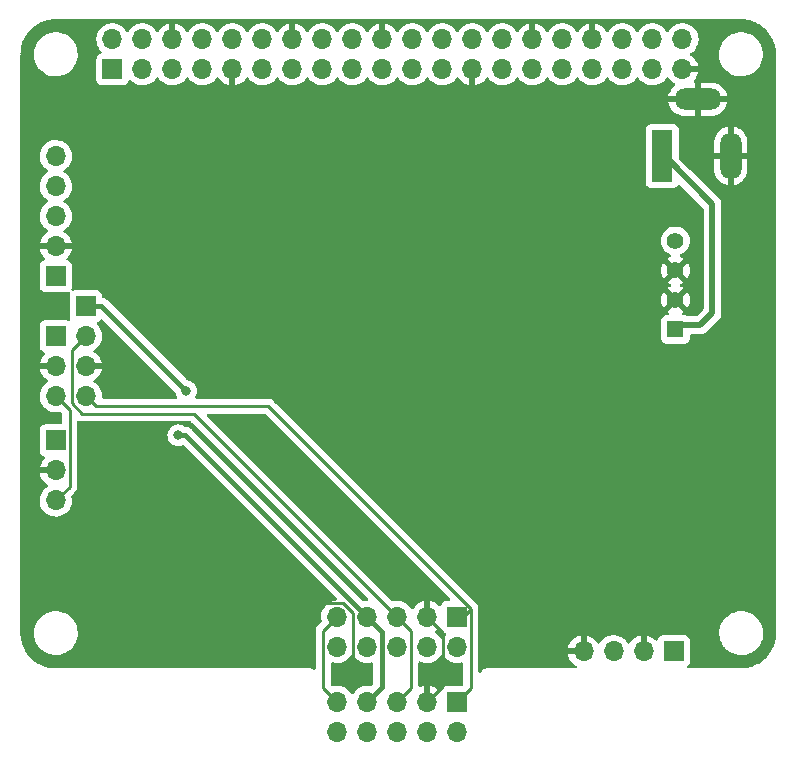
<source format=gtl>
G04 #@! TF.GenerationSoftware,KiCad,Pcbnew,(6.0.4)*
G04 #@! TF.CreationDate,2022-07-19T21:48:52-05:00*
G04 #@! TF.ProjectId,ras_pi_supercap_ups,7261735f-7069-45f7-9375-706572636170,rev?*
G04 #@! TF.SameCoordinates,Original*
G04 #@! TF.FileFunction,Copper,L1,Top*
G04 #@! TF.FilePolarity,Positive*
%FSLAX46Y46*%
G04 Gerber Fmt 4.6, Leading zero omitted, Abs format (unit mm)*
G04 Created by KiCad (PCBNEW (6.0.4)) date 2022-07-19 21:48:52*
%MOMM*%
%LPD*%
G01*
G04 APERTURE LIST*
G04 #@! TA.AperFunction,ComponentPad*
%ADD10R,1.408000X1.408000*%
G04 #@! TD*
G04 #@! TA.AperFunction,ComponentPad*
%ADD11C,1.408000*%
G04 #@! TD*
G04 #@! TA.AperFunction,ComponentPad*
%ADD12R,1.700000X1.700000*%
G04 #@! TD*
G04 #@! TA.AperFunction,ComponentPad*
%ADD13O,1.700000X1.700000*%
G04 #@! TD*
G04 #@! TA.AperFunction,ComponentPad*
%ADD14R,1.800000X4.400000*%
G04 #@! TD*
G04 #@! TA.AperFunction,ComponentPad*
%ADD15O,1.800000X4.000000*%
G04 #@! TD*
G04 #@! TA.AperFunction,ComponentPad*
%ADD16O,4.000000X1.800000*%
G04 #@! TD*
G04 #@! TA.AperFunction,ViaPad*
%ADD17C,0.800000*%
G04 #@! TD*
G04 #@! TA.AperFunction,Conductor*
%ADD18C,0.250000*%
G04 #@! TD*
G04 #@! TA.AperFunction,Conductor*
%ADD19C,0.400000*%
G04 #@! TD*
G04 #@! TA.AperFunction,Conductor*
%ADD20C,0.500000*%
G04 #@! TD*
G04 APERTURE END LIST*
D10*
X105960000Y-126797500D03*
D11*
X105960000Y-124297500D03*
X105960000Y-121797500D03*
X105960000Y-119297500D03*
D12*
X87475000Y-151125000D03*
D13*
X87475000Y-153665000D03*
X84935000Y-151125000D03*
X84935000Y-153665000D03*
X82395000Y-151125000D03*
X82395000Y-153665000D03*
X79855000Y-151125000D03*
X79855000Y-153665000D03*
X77315000Y-151125000D03*
X77315000Y-153665000D03*
X77315000Y-160865000D03*
X77315000Y-158325000D03*
X79855000Y-160865000D03*
X79855000Y-158325000D03*
X82395000Y-160865000D03*
X82395000Y-158325000D03*
X84935000Y-160865000D03*
X84935000Y-158325000D03*
X87475000Y-160865000D03*
D12*
X87475000Y-158325000D03*
X105805000Y-154040000D03*
D13*
X103265000Y-154040000D03*
X100725000Y-154040000D03*
X98185000Y-154040000D03*
D12*
X53501000Y-127360000D03*
D13*
X53501000Y-129900000D03*
X53501000Y-132440000D03*
D12*
X53501000Y-122280000D03*
D13*
X53501000Y-119740000D03*
X53501000Y-117200000D03*
X53501000Y-114660000D03*
X53501000Y-112120000D03*
D14*
X104850000Y-112106000D03*
D15*
X110650000Y-112106000D03*
D16*
X107850000Y-107306000D03*
D12*
X58300000Y-104770000D03*
D13*
X58300000Y-102230000D03*
X60840000Y-104770000D03*
X60840000Y-102230000D03*
X63380000Y-104770000D03*
X63380000Y-102230000D03*
X65920000Y-104770000D03*
X65920000Y-102230000D03*
X68460000Y-104770000D03*
X68460000Y-102230000D03*
X71000000Y-104770000D03*
X71000000Y-102230000D03*
X73540000Y-104770000D03*
X73540000Y-102230000D03*
X76080000Y-104770000D03*
X76080000Y-102230000D03*
X78620000Y-104770000D03*
X78620000Y-102230000D03*
X81160000Y-104770000D03*
X81160000Y-102230000D03*
X83700000Y-104770000D03*
X83700000Y-102230000D03*
X86240000Y-104770000D03*
X86240000Y-102230000D03*
X88780000Y-104770000D03*
X88780000Y-102230000D03*
X91320000Y-104770000D03*
X91320000Y-102230000D03*
X93860000Y-104770000D03*
X93860000Y-102230000D03*
X96400000Y-104770000D03*
X96400000Y-102230000D03*
X98940000Y-104770000D03*
X98940000Y-102230000D03*
X101480000Y-104770000D03*
X101480000Y-102230000D03*
X104020000Y-104770000D03*
X104020000Y-102230000D03*
X106560000Y-104770000D03*
X106560000Y-102230000D03*
D12*
X56041000Y-124820000D03*
D13*
X56041000Y-127360000D03*
X56041000Y-129900000D03*
X56041000Y-132440000D03*
D12*
X53501000Y-136195000D03*
D13*
X53501000Y-138735000D03*
X53501000Y-141275000D03*
D17*
X77570000Y-155960000D03*
X79660000Y-156000000D03*
X74350000Y-151000000D03*
X74330000Y-153710000D03*
X90090000Y-150530000D03*
X90110000Y-153720000D03*
X87370000Y-155990000D03*
X85010000Y-156070000D03*
X74570000Y-114190000D03*
X64130000Y-123020000D03*
X92110000Y-128180000D03*
X93530000Y-141910000D03*
X60710000Y-143140000D03*
X74890000Y-139530000D03*
X64900000Y-113480000D03*
X64527994Y-131989989D03*
X63870000Y-135750000D03*
X83254652Y-111797500D03*
X90400000Y-114700000D03*
X91500000Y-121600000D03*
X99100000Y-135500000D03*
X51200000Y-107300000D03*
X90100000Y-107600000D03*
X93600000Y-112900000D03*
X55500000Y-107400000D03*
X95840000Y-135090000D03*
X89100000Y-135500000D03*
X54670000Y-109599500D03*
X87700000Y-133900000D03*
X87200000Y-122400000D03*
D18*
X54675511Y-140100489D02*
X53501000Y-141275000D01*
X54675511Y-133614511D02*
X54675511Y-140100489D01*
X53501000Y-132440000D02*
X54675511Y-133614511D01*
X78680000Y-150828990D02*
X78680000Y-155020000D01*
X77801499Y-149950489D02*
X78680000Y-150828990D01*
X75399511Y-149950489D02*
X77801499Y-149950489D01*
X78680000Y-155020000D02*
X79660000Y-156000000D01*
X74350000Y-151000000D02*
X75399511Y-149950489D01*
X86300489Y-152490489D02*
X84935000Y-151125000D01*
X86300489Y-156959511D02*
X86300489Y-152490489D01*
X84935000Y-158325000D02*
X86300489Y-156959511D01*
X76140489Y-157150489D02*
X77315000Y-158325000D01*
X76140489Y-152299511D02*
X76140489Y-157150489D01*
X77315000Y-151125000D02*
X76140489Y-152299511D01*
D19*
X81104511Y-157075489D02*
X79855000Y-158325000D01*
X81104511Y-152374511D02*
X81104511Y-157075489D01*
X79855000Y-151125000D02*
X81104511Y-152374511D01*
X57358005Y-124820000D02*
X64527994Y-131989989D01*
X56041000Y-124820000D02*
X57358005Y-124820000D01*
D18*
X56041000Y-132440000D02*
X56891000Y-133290000D01*
X56891000Y-133290000D02*
X71490000Y-133290000D01*
X71490000Y-133290000D02*
X88649511Y-150449511D01*
D19*
X64480000Y-135750000D02*
X63870000Y-135750000D01*
X79855000Y-151125000D02*
X64480000Y-135750000D01*
D18*
X54866489Y-128534511D02*
X56041000Y-127360000D01*
X54866489Y-133046489D02*
X54866489Y-128534511D01*
X55750000Y-133930000D02*
X54866489Y-133046489D01*
X65200000Y-133930000D02*
X55750000Y-133930000D01*
X82395000Y-151125000D02*
X65200000Y-133930000D01*
X83569511Y-152299511D02*
X82395000Y-151125000D01*
X83569511Y-157150489D02*
X83569511Y-152299511D01*
X82395000Y-158325000D02*
X83569511Y-157150489D01*
X88649511Y-150449511D02*
X88649511Y-157150489D01*
X87974022Y-151125000D02*
X88649511Y-150449511D01*
X88649511Y-157150489D02*
X87475000Y-158325000D01*
D20*
X108050000Y-126450000D02*
X105960000Y-126450000D01*
X109100000Y-116200000D02*
X109100000Y-125400000D01*
X105300000Y-112400000D02*
X109100000Y-116200000D01*
X109100000Y-125400000D02*
X108050000Y-126450000D01*
D18*
X56769500Y-107500000D02*
X54670000Y-109599500D01*
X89122000Y-108352000D02*
X89874000Y-107600000D01*
X89874000Y-107600000D02*
X90100000Y-107600000D01*
X58100000Y-108700000D02*
X56900000Y-107500000D01*
X56900000Y-107500000D02*
X56769500Y-107500000D01*
X60400000Y-108700000D02*
X58100000Y-108700000D01*
X68460000Y-104770000D02*
X68460000Y-108240000D01*
G04 #@! TA.AperFunction,Conductor*
G36*
X86287026Y-154340144D02*
G01*
X86314875Y-154371994D01*
X86374987Y-154470088D01*
X86521250Y-154638938D01*
X86693126Y-154781632D01*
X86886000Y-154894338D01*
X86890825Y-154896180D01*
X86890826Y-154896181D01*
X86951348Y-154919292D01*
X87094692Y-154974030D01*
X87099760Y-154975061D01*
X87099763Y-154975062D01*
X87207003Y-154996880D01*
X87313597Y-155018567D01*
X87318772Y-155018757D01*
X87318774Y-155018757D01*
X87531673Y-155026564D01*
X87531677Y-155026564D01*
X87536837Y-155026753D01*
X87541957Y-155026097D01*
X87541959Y-155026097D01*
X87753288Y-154999025D01*
X87753289Y-154999025D01*
X87758416Y-154998368D01*
X87763373Y-154996881D01*
X87763377Y-154996880D01*
X87853803Y-154969751D01*
X87924798Y-154969333D01*
X87984749Y-155007365D01*
X88014621Y-155071772D01*
X88016011Y-155090436D01*
X88016011Y-156835894D01*
X87996009Y-156904015D01*
X87979106Y-156924989D01*
X87974500Y-156929595D01*
X87912188Y-156963621D01*
X87885405Y-156966500D01*
X86576866Y-156966500D01*
X86514684Y-156973255D01*
X86378295Y-157024385D01*
X86261739Y-157111739D01*
X86174385Y-157228295D01*
X86171233Y-157236704D01*
X86171232Y-157236705D01*
X86129722Y-157347433D01*
X86087081Y-157404198D01*
X86020519Y-157428898D01*
X85951170Y-157413691D01*
X85918546Y-157388004D01*
X85867799Y-157332234D01*
X85860273Y-157325215D01*
X85693139Y-157193222D01*
X85684552Y-157187517D01*
X85498117Y-157084599D01*
X85488705Y-157080369D01*
X85287959Y-157009280D01*
X85277988Y-157006646D01*
X85206837Y-156993972D01*
X85193540Y-156995432D01*
X85189000Y-157009989D01*
X85189000Y-158453000D01*
X85168998Y-158521121D01*
X85115342Y-158567614D01*
X85063000Y-158579000D01*
X84807000Y-158579000D01*
X84738879Y-158558998D01*
X84692386Y-158505342D01*
X84681000Y-158453000D01*
X84681000Y-157008102D01*
X84677082Y-156994758D01*
X84662806Y-156992771D01*
X84624324Y-156998660D01*
X84614288Y-157001051D01*
X84411868Y-157067212D01*
X84402364Y-157071207D01*
X84387192Y-157079105D01*
X84317532Y-157092818D01*
X84251517Y-157066693D01*
X84210105Y-157009025D01*
X84203011Y-156967342D01*
X84203011Y-155022725D01*
X84223013Y-154954604D01*
X84276669Y-154908111D01*
X84346943Y-154898007D01*
X84373960Y-154905015D01*
X84411348Y-154919292D01*
X84554692Y-154974030D01*
X84559760Y-154975061D01*
X84559763Y-154975062D01*
X84667003Y-154996880D01*
X84773597Y-155018567D01*
X84778772Y-155018757D01*
X84778774Y-155018757D01*
X84991673Y-155026564D01*
X84991677Y-155026564D01*
X84996837Y-155026753D01*
X85001957Y-155026097D01*
X85001959Y-155026097D01*
X85213288Y-154999025D01*
X85213289Y-154999025D01*
X85218416Y-154998368D01*
X85223376Y-154996880D01*
X85427429Y-154935661D01*
X85427434Y-154935659D01*
X85432384Y-154934174D01*
X85632994Y-154835896D01*
X85814860Y-154706173D01*
X85866598Y-154654616D01*
X85969435Y-154552137D01*
X85973096Y-154548489D01*
X86103453Y-154367077D01*
X86104776Y-154368028D01*
X86151645Y-154324857D01*
X86221580Y-154312625D01*
X86287026Y-154340144D01*
G37*
G04 #@! TD.AperFunction*
G04 #@! TA.AperFunction,Conductor*
G36*
X78667026Y-154340144D02*
G01*
X78694875Y-154371994D01*
X78754987Y-154470088D01*
X78901250Y-154638938D01*
X79073126Y-154781632D01*
X79266000Y-154894338D01*
X79270825Y-154896180D01*
X79270826Y-154896181D01*
X79331348Y-154919292D01*
X79474692Y-154974030D01*
X79479760Y-154975061D01*
X79479763Y-154975062D01*
X79587003Y-154996880D01*
X79693597Y-155018567D01*
X79698772Y-155018757D01*
X79698774Y-155018757D01*
X79911673Y-155026564D01*
X79911677Y-155026564D01*
X79916837Y-155026753D01*
X79921957Y-155026097D01*
X79921959Y-155026097D01*
X80133288Y-154999025D01*
X80133289Y-154999025D01*
X80138416Y-154998368D01*
X80143373Y-154996881D01*
X80143377Y-154996880D01*
X80233803Y-154969751D01*
X80304798Y-154969333D01*
X80364749Y-155007365D01*
X80394621Y-155071772D01*
X80396011Y-155090436D01*
X80396011Y-156729829D01*
X80376009Y-156797950D01*
X80359106Y-156818924D01*
X80222316Y-156955714D01*
X80160004Y-156989740D01*
X80111125Y-156990666D01*
X79988373Y-156968800D01*
X79988367Y-156968799D01*
X79983284Y-156967894D01*
X79909452Y-156966992D01*
X79765081Y-156965228D01*
X79765079Y-156965228D01*
X79759911Y-156965165D01*
X79539091Y-156998955D01*
X79326756Y-157068357D01*
X79128607Y-157171507D01*
X79124474Y-157174610D01*
X79124471Y-157174612D01*
X78954100Y-157302530D01*
X78949965Y-157305635D01*
X78901527Y-157356322D01*
X78866961Y-157392494D01*
X78795629Y-157467138D01*
X78688201Y-157624621D01*
X78633293Y-157669621D01*
X78562768Y-157677792D01*
X78499021Y-157646538D01*
X78478324Y-157622054D01*
X78397822Y-157497617D01*
X78397820Y-157497614D01*
X78395014Y-157493277D01*
X78244670Y-157328051D01*
X78240619Y-157324852D01*
X78240615Y-157324848D01*
X78073414Y-157192800D01*
X78073410Y-157192798D01*
X78069359Y-157189598D01*
X77873789Y-157081638D01*
X77868920Y-157079914D01*
X77868916Y-157079912D01*
X77668087Y-157008795D01*
X77668083Y-157008794D01*
X77663212Y-157007069D01*
X77658119Y-157006162D01*
X77658116Y-157006161D01*
X77448373Y-156968800D01*
X77448367Y-156968799D01*
X77443284Y-156967894D01*
X77369452Y-156966992D01*
X77225081Y-156965228D01*
X77225079Y-156965228D01*
X77219911Y-156965165D01*
X76999091Y-156998955D01*
X76986532Y-157003060D01*
X76915568Y-157005210D01*
X76858294Y-156972389D01*
X76810894Y-156924989D01*
X76776868Y-156862677D01*
X76773989Y-156835894D01*
X76773989Y-155094716D01*
X76793991Y-155026595D01*
X76847647Y-154980102D01*
X76917921Y-154969998D01*
X76932233Y-154973091D01*
X76934692Y-154974030D01*
X76939758Y-154975061D01*
X76939759Y-154975061D01*
X76996565Y-154986618D01*
X77153597Y-155018567D01*
X77158772Y-155018757D01*
X77158774Y-155018757D01*
X77371673Y-155026564D01*
X77371677Y-155026564D01*
X77376837Y-155026753D01*
X77381957Y-155026097D01*
X77381959Y-155026097D01*
X77593288Y-154999025D01*
X77593289Y-154999025D01*
X77598416Y-154998368D01*
X77603376Y-154996880D01*
X77807429Y-154935661D01*
X77807434Y-154935659D01*
X77812384Y-154934174D01*
X78012994Y-154835896D01*
X78194860Y-154706173D01*
X78246598Y-154654616D01*
X78349435Y-154552137D01*
X78353096Y-154548489D01*
X78483453Y-154367077D01*
X78484776Y-154368028D01*
X78531645Y-154324857D01*
X78601580Y-154312625D01*
X78667026Y-154340144D01*
G37*
G04 #@! TD.AperFunction*
G04 #@! TA.AperFunction,Conductor*
G36*
X111470018Y-100510000D02*
G01*
X111484851Y-100512310D01*
X111484855Y-100512310D01*
X111493724Y-100513691D01*
X111512436Y-100511244D01*
X111535366Y-100510353D01*
X111806103Y-100524542D01*
X111819209Y-100525919D01*
X112034134Y-100559960D01*
X112115445Y-100572838D01*
X112128345Y-100575580D01*
X112273196Y-100614393D01*
X112418052Y-100653207D01*
X112430586Y-100657279D01*
X112710587Y-100764762D01*
X112722635Y-100770126D01*
X112989870Y-100906289D01*
X113001286Y-100912880D01*
X113252832Y-101076236D01*
X113263492Y-101083982D01*
X113419896Y-101210635D01*
X113496573Y-101272727D01*
X113506374Y-101281552D01*
X113718448Y-101493626D01*
X113727273Y-101503427D01*
X113843050Y-101646399D01*
X113916016Y-101736505D01*
X113923764Y-101747168D01*
X114071441Y-101974570D01*
X114087117Y-101998709D01*
X114093711Y-102010130D01*
X114229874Y-102277365D01*
X114235237Y-102289412D01*
X114320523Y-102511586D01*
X114342719Y-102569409D01*
X114346793Y-102581948D01*
X114361716Y-102637639D01*
X114424420Y-102871655D01*
X114427162Y-102884555D01*
X114440040Y-102965866D01*
X114463948Y-103116812D01*
X114474080Y-103180785D01*
X114475458Y-103193902D01*
X114489262Y-103457299D01*
X114487935Y-103483276D01*
X114487691Y-103484846D01*
X114487691Y-103484850D01*
X114486309Y-103493724D01*
X114487473Y-103502626D01*
X114487473Y-103502628D01*
X114490436Y-103525283D01*
X114491500Y-103541621D01*
X114491500Y-152450633D01*
X114490000Y-152470018D01*
X114487690Y-152484851D01*
X114487690Y-152484855D01*
X114486309Y-152493724D01*
X114488635Y-152511507D01*
X114488756Y-152512433D01*
X114489647Y-152535366D01*
X114475799Y-152799599D01*
X114475458Y-152806099D01*
X114474081Y-152819209D01*
X114447579Y-152986538D01*
X114427162Y-153115445D01*
X114424420Y-153128345D01*
X114401840Y-153212617D01*
X114355630Y-153385076D01*
X114346795Y-153418047D01*
X114342721Y-153430586D01*
X114293408Y-153559049D01*
X114235238Y-153710587D01*
X114229874Y-153722635D01*
X114093711Y-153989870D01*
X114087120Y-154001286D01*
X113923764Y-154252832D01*
X113916018Y-154263492D01*
X113839082Y-154358500D01*
X113727273Y-154496573D01*
X113718448Y-154506374D01*
X113506374Y-154718448D01*
X113496573Y-154727273D01*
X113267636Y-154912663D01*
X113263495Y-154916016D01*
X113252832Y-154923764D01*
X113001286Y-155087120D01*
X112989870Y-155093711D01*
X112905490Y-155136705D01*
X112722635Y-155229874D01*
X112710588Y-155235237D01*
X112430586Y-155342721D01*
X112418052Y-155346793D01*
X112273196Y-155385607D01*
X112128345Y-155424420D01*
X112115445Y-155427162D01*
X112034134Y-155440040D01*
X111819209Y-155474081D01*
X111806101Y-155475458D01*
X111730937Y-155479397D01*
X111542701Y-155489262D01*
X111516724Y-155487935D01*
X111515154Y-155487691D01*
X111515150Y-155487691D01*
X111506276Y-155486309D01*
X111497374Y-155487473D01*
X111497372Y-155487473D01*
X111482323Y-155489441D01*
X111474714Y-155490436D01*
X111458379Y-155491500D01*
X107078598Y-155491500D01*
X107010477Y-155471498D01*
X106963984Y-155417842D01*
X106953880Y-155347568D01*
X106983374Y-155282988D01*
X107003032Y-155264675D01*
X107011079Y-155258644D01*
X107011081Y-155258642D01*
X107018261Y-155253261D01*
X107105615Y-155136705D01*
X107156745Y-155000316D01*
X107163500Y-154938134D01*
X107163500Y-153141866D01*
X107156745Y-153079684D01*
X107105615Y-152943295D01*
X107018261Y-152826739D01*
X106901705Y-152739385D01*
X106765316Y-152688255D01*
X106703134Y-152681500D01*
X104906866Y-152681500D01*
X104844684Y-152688255D01*
X104708295Y-152739385D01*
X104591739Y-152826739D01*
X104504385Y-152943295D01*
X104501233Y-152951703D01*
X104501232Y-152951705D01*
X104459722Y-153062433D01*
X104417081Y-153119198D01*
X104350519Y-153143898D01*
X104281170Y-153128691D01*
X104248546Y-153103004D01*
X104197799Y-153047234D01*
X104190273Y-153040215D01*
X104023139Y-152908222D01*
X104014552Y-152902517D01*
X103828117Y-152799599D01*
X103818705Y-152795369D01*
X103617959Y-152724280D01*
X103607988Y-152721646D01*
X103536837Y-152708972D01*
X103523540Y-152710432D01*
X103519000Y-152724989D01*
X103519000Y-154168000D01*
X103498998Y-154236121D01*
X103445342Y-154282614D01*
X103393000Y-154294000D01*
X103137000Y-154294000D01*
X103068879Y-154273998D01*
X103022386Y-154220342D01*
X103011000Y-154168000D01*
X103011000Y-152723102D01*
X103007082Y-152709758D01*
X102992806Y-152707771D01*
X102954324Y-152713660D01*
X102944288Y-152716051D01*
X102741868Y-152782212D01*
X102732359Y-152786209D01*
X102543463Y-152884542D01*
X102534738Y-152890036D01*
X102364433Y-153017905D01*
X102356726Y-153024748D01*
X102209590Y-153178717D01*
X102203109Y-153186722D01*
X102098498Y-153340074D01*
X102043587Y-153385076D01*
X101973062Y-153393247D01*
X101909315Y-153361993D01*
X101888618Y-153337509D01*
X101807822Y-153212617D01*
X101807820Y-153212614D01*
X101805014Y-153208277D01*
X101654670Y-153043051D01*
X101650619Y-153039852D01*
X101650615Y-153039848D01*
X101483414Y-152907800D01*
X101483410Y-152907798D01*
X101479359Y-152904598D01*
X101443028Y-152884542D01*
X101417143Y-152870253D01*
X101283789Y-152796638D01*
X101278920Y-152794914D01*
X101278916Y-152794912D01*
X101078087Y-152723795D01*
X101078083Y-152723794D01*
X101073212Y-152722069D01*
X101068119Y-152721162D01*
X101068116Y-152721161D01*
X100858373Y-152683800D01*
X100858367Y-152683799D01*
X100853284Y-152682894D01*
X100779452Y-152681992D01*
X100635081Y-152680228D01*
X100635079Y-152680228D01*
X100629911Y-152680165D01*
X100409091Y-152713955D01*
X100196756Y-152783357D01*
X100135569Y-152815209D01*
X100029831Y-152870253D01*
X99998607Y-152886507D01*
X99994474Y-152889610D01*
X99994471Y-152889612D01*
X99834634Y-153009621D01*
X99819965Y-153020635D01*
X99816393Y-153024373D01*
X99671107Y-153176406D01*
X99665629Y-153182138D01*
X99662715Y-153186410D01*
X99662714Y-153186411D01*
X99557898Y-153340066D01*
X99502987Y-153385069D01*
X99432462Y-153393240D01*
X99368715Y-153361986D01*
X99348018Y-153337502D01*
X99267426Y-153212926D01*
X99261136Y-153204757D01*
X99117806Y-153047240D01*
X99110273Y-153040215D01*
X98943139Y-152908222D01*
X98934552Y-152902517D01*
X98748117Y-152799599D01*
X98738705Y-152795369D01*
X98537959Y-152724280D01*
X98527988Y-152721646D01*
X98456837Y-152708972D01*
X98443540Y-152710432D01*
X98439000Y-152724989D01*
X98439000Y-154168000D01*
X98418998Y-154236121D01*
X98365342Y-154282614D01*
X98313000Y-154294000D01*
X96868225Y-154294000D01*
X96854694Y-154297973D01*
X96853257Y-154307966D01*
X96883565Y-154442446D01*
X96886645Y-154452275D01*
X96966770Y-154649603D01*
X96971413Y-154658794D01*
X97082694Y-154840388D01*
X97088777Y-154848699D01*
X97228213Y-155009667D01*
X97235580Y-155016883D01*
X97399434Y-155152916D01*
X97407881Y-155158831D01*
X97575384Y-155256712D01*
X97624108Y-155308351D01*
X97637179Y-155378134D01*
X97610448Y-155443905D01*
X97552401Y-155484784D01*
X97511814Y-155491500D01*
X90008623Y-155491500D01*
X90007853Y-155491498D01*
X90007037Y-155491493D01*
X89930279Y-155491024D01*
X89907918Y-155497415D01*
X89901847Y-155499150D01*
X89885085Y-155502728D01*
X89855813Y-155506920D01*
X89847645Y-155510634D01*
X89847644Y-155510634D01*
X89832438Y-155517548D01*
X89814914Y-155523996D01*
X89790229Y-155531051D01*
X89782635Y-155535843D01*
X89782632Y-155535844D01*
X89765220Y-155546830D01*
X89750137Y-155554969D01*
X89723218Y-155567208D01*
X89716416Y-155573069D01*
X89703765Y-155583970D01*
X89688761Y-155595073D01*
X89667042Y-155608776D01*
X89661103Y-155615501D01*
X89661099Y-155615504D01*
X89647468Y-155630938D01*
X89635276Y-155642982D01*
X89619673Y-155656427D01*
X89619671Y-155656430D01*
X89612873Y-155662287D01*
X89607993Y-155669816D01*
X89607992Y-155669817D01*
X89598906Y-155683835D01*
X89587615Y-155698709D01*
X89576569Y-155711217D01*
X89570622Y-155717951D01*
X89558058Y-155744711D01*
X89549737Y-155759691D01*
X89538529Y-155776983D01*
X89538527Y-155776988D01*
X89533648Y-155784515D01*
X89531078Y-155793109D01*
X89531077Y-155793111D01*
X89529729Y-155797619D01*
X89491048Y-155857153D01*
X89426321Y-155886324D01*
X89356098Y-155875870D01*
X89302675Y-155829111D01*
X89283011Y-155761519D01*
X89283011Y-153774183D01*
X96849389Y-153774183D01*
X96850912Y-153782607D01*
X96863292Y-153786000D01*
X97912885Y-153786000D01*
X97928124Y-153781525D01*
X97929329Y-153780135D01*
X97931000Y-153772452D01*
X97931000Y-152723102D01*
X97927082Y-152709758D01*
X97912806Y-152707771D01*
X97874324Y-152713660D01*
X97864288Y-152716051D01*
X97661868Y-152782212D01*
X97652359Y-152786209D01*
X97463463Y-152884542D01*
X97454738Y-152890036D01*
X97284433Y-153017905D01*
X97276726Y-153024748D01*
X97129590Y-153178717D01*
X97123104Y-153186727D01*
X97003098Y-153362649D01*
X96998000Y-153371623D01*
X96908338Y-153564783D01*
X96904775Y-153574470D01*
X96849389Y-153774183D01*
X89283011Y-153774183D01*
X89283011Y-152542277D01*
X109677009Y-152542277D01*
X109702625Y-152810769D01*
X109703710Y-152815203D01*
X109703711Y-152815209D01*
X109754029Y-153020840D01*
X109766731Y-153072750D01*
X109867985Y-153322733D01*
X110004265Y-153555482D01*
X110116377Y-153695671D01*
X110124686Y-153706060D01*
X110172716Y-153766119D01*
X110369809Y-153950234D01*
X110591416Y-154103968D01*
X110595499Y-154105999D01*
X110595502Y-154106001D01*
X110596686Y-154106590D01*
X110832894Y-154224101D01*
X110837228Y-154225522D01*
X110837231Y-154225523D01*
X111084853Y-154306698D01*
X111084859Y-154306699D01*
X111089186Y-154308118D01*
X111093677Y-154308898D01*
X111093678Y-154308898D01*
X111351140Y-154353601D01*
X111351148Y-154353602D01*
X111354921Y-154354257D01*
X111358758Y-154354448D01*
X111438578Y-154358422D01*
X111438586Y-154358422D01*
X111440149Y-154358500D01*
X111608512Y-154358500D01*
X111610780Y-154358335D01*
X111610792Y-154358335D01*
X111741884Y-154348823D01*
X111809004Y-154343953D01*
X111813459Y-154342969D01*
X111813462Y-154342969D01*
X112067912Y-154286791D01*
X112067916Y-154286790D01*
X112072372Y-154285806D01*
X112220422Y-154229715D01*
X112320318Y-154191868D01*
X112320321Y-154191867D01*
X112324588Y-154190250D01*
X112560368Y-154059286D01*
X112774773Y-153895657D01*
X112963312Y-153702792D01*
X113122034Y-153484730D01*
X113198145Y-153340066D01*
X113245490Y-153250079D01*
X113245493Y-153250073D01*
X113247615Y-153246039D01*
X113250685Y-153237347D01*
X113335902Y-152996033D01*
X113335902Y-152996032D01*
X113337425Y-152991720D01*
X113373987Y-152806217D01*
X113388700Y-152731572D01*
X113388701Y-152731566D01*
X113389581Y-152727100D01*
X113389808Y-152722544D01*
X113402764Y-152462292D01*
X113402764Y-152462286D01*
X113402991Y-152457723D01*
X113377375Y-152189231D01*
X113372890Y-152170900D01*
X113314355Y-151931688D01*
X113313269Y-151927250D01*
X113212015Y-151677267D01*
X113075735Y-151444518D01*
X112957928Y-151297208D01*
X112910136Y-151237447D01*
X112910135Y-151237445D01*
X112907284Y-151233881D01*
X112710191Y-151049766D01*
X112488584Y-150896032D01*
X112484501Y-150894001D01*
X112484498Y-150893999D01*
X112319606Y-150811967D01*
X112247106Y-150775899D01*
X112242772Y-150774478D01*
X112242769Y-150774477D01*
X111995147Y-150693302D01*
X111995141Y-150693301D01*
X111990814Y-150691882D01*
X111955221Y-150685702D01*
X111728860Y-150646399D01*
X111728852Y-150646398D01*
X111725079Y-150645743D01*
X111713817Y-150645182D01*
X111641422Y-150641578D01*
X111641414Y-150641578D01*
X111639851Y-150641500D01*
X111471488Y-150641500D01*
X111469220Y-150641665D01*
X111469208Y-150641665D01*
X111338116Y-150651177D01*
X111270996Y-150656047D01*
X111266541Y-150657031D01*
X111266538Y-150657031D01*
X111012088Y-150713209D01*
X111012084Y-150713210D01*
X111007628Y-150714194D01*
X110881520Y-150761972D01*
X110759682Y-150808132D01*
X110759679Y-150808133D01*
X110755412Y-150809750D01*
X110519632Y-150940714D01*
X110305227Y-151104343D01*
X110116688Y-151297208D01*
X109957966Y-151515270D01*
X109924192Y-151579464D01*
X109834510Y-151749921D01*
X109834507Y-151749927D01*
X109832385Y-151753961D01*
X109830865Y-151758266D01*
X109830863Y-151758270D01*
X109744098Y-152003967D01*
X109742575Y-152008280D01*
X109725477Y-152095031D01*
X109693030Y-152259655D01*
X109690419Y-152272900D01*
X109690192Y-152277453D01*
X109690192Y-152277456D01*
X109677353Y-152535368D01*
X109677009Y-152542277D01*
X89283011Y-152542277D01*
X89283011Y-150528278D01*
X89283538Y-150517095D01*
X89285213Y-150509602D01*
X89284954Y-150501367D01*
X89286444Y-150477696D01*
X89286491Y-150477400D01*
X89286491Y-150477397D01*
X89287731Y-150469568D01*
X89283570Y-150425549D01*
X89283011Y-150413692D01*
X89283011Y-150409655D01*
X89282506Y-150405655D01*
X89281573Y-150393812D01*
X89280433Y-150357546D01*
X89280184Y-150349621D01*
X89277886Y-150341712D01*
X89273443Y-150318418D01*
X89273414Y-150318109D01*
X89273414Y-150318108D01*
X89272668Y-150310219D01*
X89270069Y-150303000D01*
X89269966Y-150302408D01*
X89269124Y-150298901D01*
X89268947Y-150298327D01*
X89267985Y-150290714D01*
X89258651Y-150267138D01*
X89251711Y-150249608D01*
X89247866Y-150238381D01*
X89244520Y-150226866D01*
X89235529Y-150195918D01*
X89231337Y-150188829D01*
X89221242Y-150167375D01*
X89221136Y-150167081D01*
X89221134Y-150167077D01*
X89218450Y-150159622D01*
X89214138Y-150153277D01*
X89213894Y-150152736D01*
X89212202Y-150149540D01*
X89211887Y-150149027D01*
X89209063Y-150141894D01*
X89185708Y-150109748D01*
X89183084Y-150106136D01*
X89176568Y-150096218D01*
X89158086Y-150064968D01*
X89154053Y-150058148D01*
X89148231Y-150052326D01*
X89133115Y-150034056D01*
X89132936Y-150033793D01*
X89128483Y-150027240D01*
X89122728Y-150022166D01*
X89122367Y-150021716D01*
X89119919Y-150019025D01*
X89119494Y-150018613D01*
X89114983Y-150012404D01*
X89080917Y-149984222D01*
X89072138Y-149976233D01*
X71993652Y-132897747D01*
X71986112Y-132889461D01*
X71982000Y-132882982D01*
X71932348Y-132836356D01*
X71929507Y-132833602D01*
X71909770Y-132813865D01*
X71906573Y-132811385D01*
X71897551Y-132803680D01*
X71871100Y-132778841D01*
X71865321Y-132773414D01*
X71858375Y-132769595D01*
X71858372Y-132769593D01*
X71847566Y-132763652D01*
X71831047Y-132752801D01*
X71830583Y-132752441D01*
X71815041Y-132740386D01*
X71807772Y-132737241D01*
X71807768Y-132737238D01*
X71774463Y-132722826D01*
X71763813Y-132717609D01*
X71725060Y-132696305D01*
X71705437Y-132691267D01*
X71686734Y-132684863D01*
X71675420Y-132679967D01*
X71675419Y-132679967D01*
X71668145Y-132676819D01*
X71660322Y-132675580D01*
X71660312Y-132675577D01*
X71624476Y-132669901D01*
X71612856Y-132667495D01*
X71577711Y-132658472D01*
X71577710Y-132658472D01*
X71570030Y-132656500D01*
X71549776Y-132656500D01*
X71530065Y-132654949D01*
X71517886Y-132653020D01*
X71510057Y-132651780D01*
X71502165Y-132652526D01*
X71466039Y-132655941D01*
X71454181Y-132656500D01*
X65410467Y-132656500D01*
X65342346Y-132636498D01*
X65295853Y-132582842D01*
X65285749Y-132512568D01*
X65301348Y-132467500D01*
X65359217Y-132367268D01*
X65359218Y-132367267D01*
X65362521Y-132361545D01*
X65421536Y-132179917D01*
X65441498Y-131989989D01*
X65421536Y-131800061D01*
X65362521Y-131618433D01*
X65356658Y-131608277D01*
X65270335Y-131458763D01*
X65267034Y-131453045D01*
X65258036Y-131443051D01*
X65143669Y-131316034D01*
X65143668Y-131316033D01*
X65139247Y-131311123D01*
X64984746Y-131198871D01*
X64978718Y-131196187D01*
X64978716Y-131196186D01*
X64816313Y-131123880D01*
X64816312Y-131123880D01*
X64810282Y-131121195D01*
X64688212Y-131095248D01*
X64657426Y-131088704D01*
X64594528Y-131054552D01*
X57879455Y-124339480D01*
X57873601Y-124333215D01*
X57853621Y-124310312D01*
X57847221Y-124302975D01*
X104743849Y-124302975D01*
X104761374Y-124503289D01*
X104763276Y-124514076D01*
X104815319Y-124708301D01*
X104819067Y-124718597D01*
X104904042Y-124900828D01*
X104909525Y-124910324D01*
X104931439Y-124941620D01*
X104941916Y-124949995D01*
X104955364Y-124942926D01*
X105587978Y-124310312D01*
X105594356Y-124298632D01*
X106324408Y-124298632D01*
X106324539Y-124300465D01*
X106328790Y-124307080D01*
X106965358Y-124943648D01*
X106977133Y-124950078D01*
X106989148Y-124940782D01*
X107010475Y-124910324D01*
X107015958Y-124900828D01*
X107100933Y-124718597D01*
X107104681Y-124708301D01*
X107156724Y-124514076D01*
X107158626Y-124503289D01*
X107176151Y-124302975D01*
X107176151Y-124292025D01*
X107158626Y-124091711D01*
X107156724Y-124080924D01*
X107104681Y-123886699D01*
X107100933Y-123876403D01*
X107015958Y-123694172D01*
X107010475Y-123684676D01*
X106988561Y-123653380D01*
X106978084Y-123645005D01*
X106964636Y-123652074D01*
X106332022Y-124284688D01*
X106324408Y-124298632D01*
X105594356Y-124298632D01*
X105595592Y-124296368D01*
X105595461Y-124294535D01*
X105591210Y-124287920D01*
X104954642Y-123651352D01*
X104942867Y-123644922D01*
X104930852Y-123654218D01*
X104909525Y-123684676D01*
X104904042Y-123694172D01*
X104819067Y-123876403D01*
X104815319Y-123886699D01*
X104763276Y-124080924D01*
X104761374Y-124091711D01*
X104743849Y-124292025D01*
X104743849Y-124302975D01*
X57847221Y-124302975D01*
X57835566Y-124289615D01*
X57783285Y-124252871D01*
X57777991Y-124248939D01*
X57733698Y-124214209D01*
X57727723Y-124209524D01*
X57720807Y-124206401D01*
X57718521Y-124205017D01*
X57703840Y-124196643D01*
X57701480Y-124195378D01*
X57695266Y-124191010D01*
X57688187Y-124188250D01*
X57688185Y-124188249D01*
X57635730Y-124167798D01*
X57629661Y-124165247D01*
X57571432Y-124138955D01*
X57563965Y-124137571D01*
X57561410Y-124136770D01*
X57545157Y-124132141D01*
X57542577Y-124131478D01*
X57535496Y-124128718D01*
X57527965Y-124127727D01*
X57527963Y-124127726D01*
X57515677Y-124126109D01*
X57509054Y-124125237D01*
X57444127Y-124096515D01*
X57405035Y-124037250D01*
X57399500Y-124000315D01*
X57399500Y-123921866D01*
X57392745Y-123859684D01*
X57341615Y-123723295D01*
X57254261Y-123606739D01*
X57137705Y-123519385D01*
X57001316Y-123468255D01*
X56939134Y-123461500D01*
X55142866Y-123461500D01*
X55080684Y-123468255D01*
X54975539Y-123507672D01*
X54904733Y-123512855D01*
X54842364Y-123478934D01*
X54808234Y-123416679D01*
X54813328Y-123345460D01*
X54833046Y-123292864D01*
X54852745Y-123240316D01*
X54859500Y-123178134D01*
X54859500Y-122814633D01*
X105307422Y-122814633D01*
X105316718Y-122826648D01*
X105347176Y-122847975D01*
X105356672Y-122853458D01*
X105527905Y-122933305D01*
X105581190Y-122980222D01*
X105600651Y-123048500D01*
X105580109Y-123116460D01*
X105527905Y-123161695D01*
X105356672Y-123241542D01*
X105347176Y-123247025D01*
X105315880Y-123268939D01*
X105307505Y-123279416D01*
X105314574Y-123292864D01*
X105947188Y-123925478D01*
X105961132Y-123933092D01*
X105962965Y-123932961D01*
X105969580Y-123928710D01*
X106606148Y-123292142D01*
X106612578Y-123280367D01*
X106603282Y-123268352D01*
X106572824Y-123247025D01*
X106563328Y-123241542D01*
X106392095Y-123161695D01*
X106338810Y-123114778D01*
X106319349Y-123046500D01*
X106339891Y-122978540D01*
X106392095Y-122933305D01*
X106563328Y-122853458D01*
X106572824Y-122847975D01*
X106604120Y-122826061D01*
X106612495Y-122815584D01*
X106605426Y-122802136D01*
X105972812Y-122169522D01*
X105958868Y-122161908D01*
X105957035Y-122162039D01*
X105950420Y-122166290D01*
X105313852Y-122802858D01*
X105307422Y-122814633D01*
X54859500Y-122814633D01*
X54859500Y-121802975D01*
X104743849Y-121802975D01*
X104761374Y-122003289D01*
X104763276Y-122014076D01*
X104815319Y-122208301D01*
X104819067Y-122218597D01*
X104904042Y-122400828D01*
X104909525Y-122410324D01*
X104931439Y-122441620D01*
X104941916Y-122449995D01*
X104955364Y-122442926D01*
X105587978Y-121810312D01*
X105594356Y-121798632D01*
X106324408Y-121798632D01*
X106324539Y-121800465D01*
X106328790Y-121807080D01*
X106965358Y-122443648D01*
X106977133Y-122450078D01*
X106989148Y-122440782D01*
X107010475Y-122410324D01*
X107015958Y-122400828D01*
X107100933Y-122218597D01*
X107104681Y-122208301D01*
X107156724Y-122014076D01*
X107158626Y-122003289D01*
X107176151Y-121802975D01*
X107176151Y-121792025D01*
X107158626Y-121591711D01*
X107156724Y-121580924D01*
X107104681Y-121386699D01*
X107100933Y-121376403D01*
X107015958Y-121194172D01*
X107010475Y-121184676D01*
X106988561Y-121153380D01*
X106978084Y-121145005D01*
X106964636Y-121152074D01*
X106332022Y-121784688D01*
X106324408Y-121798632D01*
X105594356Y-121798632D01*
X105595592Y-121796368D01*
X105595461Y-121794535D01*
X105591210Y-121787920D01*
X104954642Y-121151352D01*
X104942867Y-121144922D01*
X104930852Y-121154218D01*
X104909525Y-121184676D01*
X104904042Y-121194172D01*
X104819067Y-121376403D01*
X104815319Y-121386699D01*
X104763276Y-121580924D01*
X104761374Y-121591711D01*
X104743849Y-121792025D01*
X104743849Y-121802975D01*
X54859500Y-121802975D01*
X54859500Y-121381866D01*
X54852745Y-121319684D01*
X54801615Y-121183295D01*
X54714261Y-121066739D01*
X54597705Y-120979385D01*
X54478687Y-120934767D01*
X54421923Y-120892125D01*
X54397223Y-120825564D01*
X54412430Y-120756215D01*
X54433977Y-120727535D01*
X54535052Y-120626812D01*
X54541730Y-120618965D01*
X54666003Y-120446020D01*
X54671313Y-120437183D01*
X54765670Y-120246267D01*
X54769469Y-120236672D01*
X54831377Y-120032910D01*
X54833555Y-120022837D01*
X54834986Y-120011962D01*
X54832775Y-119997778D01*
X54819617Y-119994000D01*
X52184225Y-119994000D01*
X52170694Y-119997973D01*
X52169257Y-120007966D01*
X52199565Y-120142446D01*
X52202645Y-120152275D01*
X52282770Y-120349603D01*
X52287413Y-120358794D01*
X52398694Y-120540388D01*
X52404777Y-120548699D01*
X52544213Y-120709667D01*
X52551577Y-120716879D01*
X52556522Y-120720985D01*
X52596156Y-120779889D01*
X52597653Y-120850870D01*
X52560537Y-120911392D01*
X52520264Y-120935910D01*
X52412705Y-120976232D01*
X52412704Y-120976233D01*
X52404295Y-120979385D01*
X52287739Y-121066739D01*
X52200385Y-121183295D01*
X52149255Y-121319684D01*
X52142500Y-121381866D01*
X52142500Y-123178134D01*
X52149255Y-123240316D01*
X52200385Y-123376705D01*
X52287739Y-123493261D01*
X52404295Y-123580615D01*
X52540684Y-123631745D01*
X52602866Y-123638500D01*
X54399134Y-123638500D01*
X54461316Y-123631745D01*
X54566461Y-123592328D01*
X54637267Y-123587145D01*
X54699636Y-123621066D01*
X54733766Y-123683321D01*
X54728672Y-123754539D01*
X54689255Y-123859684D01*
X54682500Y-123921866D01*
X54682500Y-125718134D01*
X54689255Y-125780316D01*
X54727656Y-125882749D01*
X54728672Y-125885460D01*
X54733855Y-125956267D01*
X54699934Y-126018636D01*
X54637679Y-126052766D01*
X54566461Y-126047672D01*
X54461316Y-126008255D01*
X54399134Y-126001500D01*
X52602866Y-126001500D01*
X52540684Y-126008255D01*
X52404295Y-126059385D01*
X52287739Y-126146739D01*
X52200385Y-126263295D01*
X52149255Y-126399684D01*
X52142500Y-126461866D01*
X52142500Y-128258134D01*
X52149255Y-128320316D01*
X52200385Y-128456705D01*
X52287739Y-128573261D01*
X52404295Y-128660615D01*
X52412704Y-128663767D01*
X52412705Y-128663768D01*
X52521960Y-128704726D01*
X52578725Y-128747367D01*
X52603425Y-128813929D01*
X52588218Y-128883278D01*
X52568825Y-128909759D01*
X52445590Y-129038717D01*
X52439104Y-129046727D01*
X52319098Y-129222649D01*
X52314000Y-129231623D01*
X52224338Y-129424783D01*
X52220775Y-129434470D01*
X52165389Y-129634183D01*
X52166912Y-129642607D01*
X52179292Y-129646000D01*
X54106989Y-129646000D01*
X54175110Y-129666002D01*
X54221603Y-129719658D01*
X54232989Y-129772000D01*
X54232989Y-130028000D01*
X54212987Y-130096121D01*
X54159331Y-130142614D01*
X54106989Y-130154000D01*
X52184225Y-130154000D01*
X52170694Y-130157973D01*
X52169257Y-130167966D01*
X52199565Y-130302446D01*
X52202645Y-130312275D01*
X52282770Y-130509603D01*
X52287413Y-130518794D01*
X52398694Y-130700388D01*
X52404777Y-130708699D01*
X52544213Y-130869667D01*
X52551580Y-130876883D01*
X52715434Y-131012916D01*
X52723881Y-131018831D01*
X52792969Y-131059203D01*
X52841693Y-131110842D01*
X52854764Y-131180625D01*
X52828033Y-131246396D01*
X52787584Y-131279752D01*
X52774607Y-131286507D01*
X52770474Y-131289610D01*
X52770471Y-131289612D01*
X52600100Y-131417530D01*
X52595965Y-131420635D01*
X52441629Y-131582138D01*
X52315743Y-131766680D01*
X52221688Y-131969305D01*
X52161989Y-132184570D01*
X52138251Y-132406695D01*
X52138548Y-132411848D01*
X52138548Y-132411851D01*
X52144011Y-132506590D01*
X52151110Y-132629715D01*
X52152247Y-132634761D01*
X52152248Y-132634767D01*
X52166117Y-132696305D01*
X52200222Y-132847639D01*
X52284266Y-133054616D01*
X52400987Y-133245088D01*
X52547250Y-133413938D01*
X52719126Y-133556632D01*
X52912000Y-133669338D01*
X53120692Y-133749030D01*
X53125760Y-133750061D01*
X53125763Y-133750062D01*
X53233012Y-133771882D01*
X53339597Y-133793567D01*
X53344772Y-133793757D01*
X53344774Y-133793757D01*
X53557673Y-133801564D01*
X53557677Y-133801564D01*
X53562837Y-133801753D01*
X53567957Y-133801097D01*
X53567959Y-133801097D01*
X53779288Y-133774025D01*
X53779289Y-133774025D01*
X53784416Y-133773368D01*
X53789367Y-133771883D01*
X53789370Y-133771882D01*
X53830829Y-133759444D01*
X53901825Y-133759028D01*
X53956131Y-133791035D01*
X54005106Y-133840010D01*
X54039132Y-133902322D01*
X54042011Y-133929105D01*
X54042011Y-134710500D01*
X54022009Y-134778621D01*
X53968353Y-134825114D01*
X53916011Y-134836500D01*
X52602866Y-134836500D01*
X52540684Y-134843255D01*
X52404295Y-134894385D01*
X52287739Y-134981739D01*
X52200385Y-135098295D01*
X52149255Y-135234684D01*
X52142500Y-135296866D01*
X52142500Y-137093134D01*
X52149255Y-137155316D01*
X52200385Y-137291705D01*
X52287739Y-137408261D01*
X52404295Y-137495615D01*
X52412704Y-137498767D01*
X52412705Y-137498768D01*
X52521960Y-137539726D01*
X52578725Y-137582367D01*
X52603425Y-137648929D01*
X52588218Y-137718278D01*
X52568825Y-137744759D01*
X52445590Y-137873717D01*
X52439104Y-137881727D01*
X52319098Y-138057649D01*
X52314000Y-138066623D01*
X52224338Y-138259783D01*
X52220775Y-138269470D01*
X52165389Y-138469183D01*
X52166912Y-138477607D01*
X52179292Y-138481000D01*
X53629000Y-138481000D01*
X53697121Y-138501002D01*
X53743614Y-138554658D01*
X53755000Y-138607000D01*
X53755000Y-138863000D01*
X53734998Y-138931121D01*
X53681342Y-138977614D01*
X53629000Y-138989000D01*
X52184225Y-138989000D01*
X52170694Y-138992973D01*
X52169257Y-139002966D01*
X52199565Y-139137446D01*
X52202645Y-139147275D01*
X52282770Y-139344603D01*
X52287413Y-139353794D01*
X52398694Y-139535388D01*
X52404777Y-139543699D01*
X52544213Y-139704667D01*
X52551580Y-139711883D01*
X52715434Y-139847916D01*
X52723881Y-139853831D01*
X52792969Y-139894203D01*
X52841693Y-139945842D01*
X52854764Y-140015625D01*
X52828033Y-140081396D01*
X52787584Y-140114752D01*
X52774607Y-140121507D01*
X52770474Y-140124610D01*
X52770471Y-140124612D01*
X52631302Y-140229103D01*
X52595965Y-140255635D01*
X52592393Y-140259373D01*
X52512961Y-140342494D01*
X52441629Y-140417138D01*
X52438715Y-140421410D01*
X52438714Y-140421411D01*
X52376663Y-140512375D01*
X52315743Y-140601680D01*
X52221688Y-140804305D01*
X52161989Y-141019570D01*
X52138251Y-141241695D01*
X52138548Y-141246848D01*
X52138548Y-141246851D01*
X52144011Y-141341590D01*
X52151110Y-141464715D01*
X52152247Y-141469761D01*
X52152248Y-141469767D01*
X52172119Y-141557939D01*
X52200222Y-141682639D01*
X52284266Y-141889616D01*
X52400987Y-142080088D01*
X52547250Y-142248938D01*
X52719126Y-142391632D01*
X52912000Y-142504338D01*
X53120692Y-142584030D01*
X53125760Y-142585061D01*
X53125763Y-142585062D01*
X53233017Y-142606883D01*
X53339597Y-142628567D01*
X53344772Y-142628757D01*
X53344774Y-142628757D01*
X53557673Y-142636564D01*
X53557677Y-142636564D01*
X53562837Y-142636753D01*
X53567957Y-142636097D01*
X53567959Y-142636097D01*
X53779288Y-142609025D01*
X53779289Y-142609025D01*
X53784416Y-142608368D01*
X53789366Y-142606883D01*
X53993429Y-142545661D01*
X53993434Y-142545659D01*
X53998384Y-142544174D01*
X54198994Y-142445896D01*
X54380860Y-142316173D01*
X54539096Y-142158489D01*
X54598594Y-142075689D01*
X54666435Y-141981277D01*
X54669453Y-141977077D01*
X54768430Y-141776811D01*
X54833370Y-141563069D01*
X54862529Y-141341590D01*
X54864156Y-141275000D01*
X54845852Y-141052361D01*
X54817821Y-140940765D01*
X54820625Y-140869823D01*
X54850930Y-140820974D01*
X55067758Y-140604146D01*
X55076048Y-140596602D01*
X55082529Y-140592489D01*
X55129170Y-140542821D01*
X55131924Y-140539980D01*
X55151645Y-140520259D01*
X55154123Y-140517064D01*
X55161829Y-140508042D01*
X55186669Y-140481590D01*
X55192097Y-140475810D01*
X55201857Y-140458057D01*
X55212710Y-140441534D01*
X55220264Y-140431795D01*
X55225124Y-140425530D01*
X55242687Y-140384946D01*
X55247894Y-140374316D01*
X55269206Y-140335549D01*
X55271177Y-140327872D01*
X55271179Y-140327867D01*
X55274243Y-140315931D01*
X55280649Y-140297219D01*
X55285545Y-140285906D01*
X55288692Y-140278634D01*
X55292827Y-140252530D01*
X55295608Y-140234970D01*
X55298015Y-140223349D01*
X55307039Y-140188200D01*
X55307039Y-140188199D01*
X55309011Y-140180519D01*
X55309011Y-140160258D01*
X55310562Y-140140547D01*
X55312490Y-140128374D01*
X55313730Y-140120546D01*
X55309570Y-140076535D01*
X55309011Y-140064678D01*
X55309011Y-134623539D01*
X55329013Y-134555418D01*
X55382669Y-134508925D01*
X55452943Y-134498821D01*
X55495711Y-134513124D01*
X55514940Y-134523695D01*
X55522617Y-134525666D01*
X55522622Y-134525668D01*
X55534558Y-134528732D01*
X55553266Y-134535137D01*
X55571855Y-134543181D01*
X55579683Y-134544421D01*
X55579690Y-134544423D01*
X55615524Y-134550099D01*
X55627144Y-134552505D01*
X55662289Y-134561528D01*
X55669970Y-134563500D01*
X55690224Y-134563500D01*
X55709934Y-134565051D01*
X55729943Y-134568220D01*
X55737835Y-134567474D01*
X55773961Y-134564059D01*
X55785819Y-134563500D01*
X64885406Y-134563500D01*
X64953527Y-134583502D01*
X64974501Y-134600405D01*
X79925086Y-149550990D01*
X79959112Y-149613302D01*
X79954047Y-149684117D01*
X79911500Y-149740953D01*
X79844980Y-149765764D01*
X79834459Y-149766076D01*
X79786962Y-149765495D01*
X79765080Y-149765228D01*
X79765078Y-149765228D01*
X79759911Y-149765165D01*
X79595059Y-149790391D01*
X79524699Y-149780923D01*
X79486907Y-149754936D01*
X65001450Y-135269480D01*
X64995596Y-135263215D01*
X64977560Y-135242540D01*
X64957561Y-135219615D01*
X64905280Y-135182871D01*
X64899986Y-135178939D01*
X64855693Y-135144209D01*
X64849718Y-135139524D01*
X64842802Y-135136401D01*
X64840516Y-135135017D01*
X64825835Y-135126643D01*
X64823475Y-135125378D01*
X64817261Y-135121010D01*
X64810182Y-135118250D01*
X64810180Y-135118249D01*
X64757725Y-135097798D01*
X64751656Y-135095247D01*
X64693427Y-135068955D01*
X64685960Y-135067571D01*
X64683405Y-135066770D01*
X64667152Y-135062141D01*
X64664572Y-135061478D01*
X64657491Y-135058718D01*
X64649960Y-135057727D01*
X64649958Y-135057726D01*
X64620339Y-135053827D01*
X64594139Y-135050378D01*
X64587641Y-135049348D01*
X64524814Y-135037704D01*
X64517234Y-135038141D01*
X64517232Y-135038141D01*
X64486742Y-135039899D01*
X64417582Y-135023851D01*
X64405428Y-135016044D01*
X64332094Y-134962763D01*
X64332093Y-134962762D01*
X64326752Y-134958882D01*
X64320724Y-134956198D01*
X64320722Y-134956197D01*
X64158319Y-134883891D01*
X64158318Y-134883891D01*
X64152288Y-134881206D01*
X64058888Y-134861353D01*
X63971944Y-134842872D01*
X63971939Y-134842872D01*
X63965487Y-134841500D01*
X63774513Y-134841500D01*
X63768061Y-134842872D01*
X63768056Y-134842872D01*
X63681112Y-134861353D01*
X63587712Y-134881206D01*
X63581682Y-134883891D01*
X63581681Y-134883891D01*
X63419278Y-134956197D01*
X63419276Y-134956198D01*
X63413248Y-134958882D01*
X63258747Y-135071134D01*
X63254326Y-135076044D01*
X63254325Y-135076045D01*
X63201227Y-135135017D01*
X63130960Y-135213056D01*
X63035473Y-135378444D01*
X62976458Y-135560072D01*
X62956496Y-135750000D01*
X62976458Y-135939928D01*
X63035473Y-136121556D01*
X63130960Y-136286944D01*
X63258747Y-136428866D01*
X63413248Y-136541118D01*
X63419276Y-136543802D01*
X63419278Y-136543803D01*
X63578649Y-136614759D01*
X63587712Y-136618794D01*
X63681113Y-136638647D01*
X63768056Y-136657128D01*
X63768061Y-136657128D01*
X63774513Y-136658500D01*
X63965487Y-136658500D01*
X63971939Y-136657128D01*
X63971944Y-136657128D01*
X64110660Y-136627642D01*
X64152288Y-136618794D01*
X64161351Y-136614759D01*
X64207786Y-136594086D01*
X64278153Y-136584652D01*
X64342449Y-136614759D01*
X64348128Y-136620098D01*
X77280930Y-149552900D01*
X77314956Y-149615212D01*
X77309891Y-149686027D01*
X77267344Y-149742863D01*
X77210895Y-149766545D01*
X76999091Y-149798955D01*
X76786756Y-149868357D01*
X76588607Y-149971507D01*
X76584474Y-149974610D01*
X76584471Y-149974612D01*
X76464128Y-150064968D01*
X76409965Y-150105635D01*
X76255629Y-150267138D01*
X76252715Y-150271410D01*
X76252714Y-150271411D01*
X76204755Y-150341716D01*
X76129743Y-150451680D01*
X76112205Y-150489463D01*
X76041596Y-150641578D01*
X76035688Y-150654305D01*
X75975989Y-150869570D01*
X75952251Y-151091695D01*
X75952548Y-151096848D01*
X75952548Y-151096851D01*
X75954171Y-151125000D01*
X75965110Y-151314715D01*
X75966247Y-151319761D01*
X75966248Y-151319767D01*
X75998453Y-151462668D01*
X75993917Y-151533520D01*
X75964631Y-151579464D01*
X75748236Y-151795859D01*
X75739950Y-151803399D01*
X75733471Y-151807511D01*
X75728046Y-151813288D01*
X75686846Y-151857162D01*
X75684091Y-151860004D01*
X75664354Y-151879741D01*
X75661874Y-151882938D01*
X75654171Y-151891958D01*
X75623903Y-151924190D01*
X75620084Y-151931136D01*
X75620082Y-151931139D01*
X75614141Y-151941945D01*
X75603290Y-151958464D01*
X75590875Y-151974470D01*
X75587730Y-151981739D01*
X75587727Y-151981743D01*
X75573315Y-152015048D01*
X75568098Y-152025698D01*
X75546794Y-152064451D01*
X75544823Y-152072126D01*
X75544823Y-152072127D01*
X75541756Y-152084073D01*
X75535352Y-152102777D01*
X75527308Y-152121366D01*
X75526069Y-152129189D01*
X75526066Y-152129199D01*
X75520390Y-152165035D01*
X75517984Y-152176655D01*
X75513587Y-152193783D01*
X75506989Y-152219481D01*
X75506989Y-152239735D01*
X75505438Y-152259445D01*
X75502269Y-152279454D01*
X75503015Y-152287346D01*
X75506430Y-152323472D01*
X75506989Y-152335330D01*
X75506989Y-155489898D01*
X75486987Y-155558019D01*
X75433331Y-155604512D01*
X75363057Y-155614616D01*
X75297583Y-155584340D01*
X75288783Y-155576569D01*
X75288782Y-155576568D01*
X75282049Y-155570622D01*
X75255287Y-155558057D01*
X75240309Y-155549737D01*
X75223017Y-155538529D01*
X75223012Y-155538527D01*
X75215485Y-155533648D01*
X75206892Y-155531078D01*
X75206887Y-155531076D01*
X75190880Y-155526289D01*
X75173436Y-155519628D01*
X75158324Y-155512533D01*
X75158322Y-155512532D01*
X75150200Y-155508719D01*
X75141333Y-155507338D01*
X75141332Y-155507338D01*
X75130478Y-155505648D01*
X75120983Y-155504170D01*
X75104268Y-155500387D01*
X75084534Y-155494485D01*
X75084528Y-155494484D01*
X75075934Y-155491914D01*
X75066963Y-155491859D01*
X75066962Y-155491859D01*
X75056903Y-155491798D01*
X75041494Y-155491704D01*
X75040711Y-155491671D01*
X75039614Y-155491500D01*
X75008623Y-155491500D01*
X75007853Y-155491498D01*
X74934215Y-155491048D01*
X74934214Y-155491048D01*
X74930279Y-155491024D01*
X74928935Y-155491408D01*
X74927590Y-155491500D01*
X53549367Y-155491500D01*
X53529982Y-155490000D01*
X53515149Y-155487690D01*
X53515145Y-155487690D01*
X53506276Y-155486309D01*
X53487564Y-155488756D01*
X53464634Y-155489647D01*
X53193897Y-155475458D01*
X53180791Y-155474081D01*
X52965866Y-155440040D01*
X52884555Y-155427162D01*
X52871655Y-155424420D01*
X52726804Y-155385607D01*
X52581948Y-155346793D01*
X52569414Y-155342721D01*
X52289412Y-155235237D01*
X52277365Y-155229874D01*
X52094511Y-155136705D01*
X52010130Y-155093711D01*
X51998714Y-155087120D01*
X51747168Y-154923764D01*
X51736505Y-154916016D01*
X51732365Y-154912663D01*
X51503427Y-154727273D01*
X51493626Y-154718448D01*
X51281552Y-154506374D01*
X51272727Y-154496573D01*
X51160918Y-154358500D01*
X51083982Y-154263492D01*
X51076236Y-154252832D01*
X50912880Y-154001286D01*
X50906289Y-153989870D01*
X50770126Y-153722635D01*
X50764762Y-153710587D01*
X50706592Y-153559049D01*
X50657279Y-153430586D01*
X50653205Y-153418047D01*
X50644371Y-153385076D01*
X50598160Y-153212617D01*
X50575580Y-153128345D01*
X50572838Y-153115445D01*
X50552421Y-152986538D01*
X50525919Y-152819209D01*
X50524542Y-152806098D01*
X50524202Y-152799599D01*
X50510932Y-152546409D01*
X50511168Y-152542277D01*
X51637009Y-152542277D01*
X51662625Y-152810769D01*
X51663710Y-152815203D01*
X51663711Y-152815209D01*
X51714029Y-153020840D01*
X51726731Y-153072750D01*
X51827985Y-153322733D01*
X51964265Y-153555482D01*
X52076377Y-153695671D01*
X52084686Y-153706060D01*
X52132716Y-153766119D01*
X52329809Y-153950234D01*
X52551416Y-154103968D01*
X52555499Y-154105999D01*
X52555502Y-154106001D01*
X52556686Y-154106590D01*
X52792894Y-154224101D01*
X52797228Y-154225522D01*
X52797231Y-154225523D01*
X53044853Y-154306698D01*
X53044859Y-154306699D01*
X53049186Y-154308118D01*
X53053677Y-154308898D01*
X53053678Y-154308898D01*
X53311140Y-154353601D01*
X53311148Y-154353602D01*
X53314921Y-154354257D01*
X53318758Y-154354448D01*
X53398578Y-154358422D01*
X53398586Y-154358422D01*
X53400149Y-154358500D01*
X53568512Y-154358500D01*
X53570780Y-154358335D01*
X53570792Y-154358335D01*
X53701884Y-154348823D01*
X53769004Y-154343953D01*
X53773459Y-154342969D01*
X53773462Y-154342969D01*
X54027912Y-154286791D01*
X54027916Y-154286790D01*
X54032372Y-154285806D01*
X54180422Y-154229715D01*
X54280318Y-154191868D01*
X54280321Y-154191867D01*
X54284588Y-154190250D01*
X54520368Y-154059286D01*
X54734773Y-153895657D01*
X54923312Y-153702792D01*
X55082034Y-153484730D01*
X55158145Y-153340066D01*
X55205490Y-153250079D01*
X55205493Y-153250073D01*
X55207615Y-153246039D01*
X55210685Y-153237347D01*
X55295902Y-152996033D01*
X55295902Y-152996032D01*
X55297425Y-152991720D01*
X55333987Y-152806217D01*
X55348700Y-152731572D01*
X55348701Y-152731566D01*
X55349581Y-152727100D01*
X55349808Y-152722544D01*
X55362764Y-152462292D01*
X55362764Y-152462286D01*
X55362991Y-152457723D01*
X55337375Y-152189231D01*
X55332890Y-152170900D01*
X55274355Y-151931688D01*
X55273269Y-151927250D01*
X55172015Y-151677267D01*
X55035735Y-151444518D01*
X54917928Y-151297208D01*
X54870136Y-151237447D01*
X54870135Y-151237445D01*
X54867284Y-151233881D01*
X54670191Y-151049766D01*
X54448584Y-150896032D01*
X54444501Y-150894001D01*
X54444498Y-150893999D01*
X54279606Y-150811967D01*
X54207106Y-150775899D01*
X54202772Y-150774478D01*
X54202769Y-150774477D01*
X53955147Y-150693302D01*
X53955141Y-150693301D01*
X53950814Y-150691882D01*
X53915221Y-150685702D01*
X53688860Y-150646399D01*
X53688852Y-150646398D01*
X53685079Y-150645743D01*
X53673817Y-150645182D01*
X53601422Y-150641578D01*
X53601414Y-150641578D01*
X53599851Y-150641500D01*
X53431488Y-150641500D01*
X53429220Y-150641665D01*
X53429208Y-150641665D01*
X53298116Y-150651177D01*
X53230996Y-150656047D01*
X53226541Y-150657031D01*
X53226538Y-150657031D01*
X52972088Y-150713209D01*
X52972084Y-150713210D01*
X52967628Y-150714194D01*
X52841520Y-150761972D01*
X52719682Y-150808132D01*
X52719679Y-150808133D01*
X52715412Y-150809750D01*
X52479632Y-150940714D01*
X52265227Y-151104343D01*
X52076688Y-151297208D01*
X51917966Y-151515270D01*
X51884192Y-151579464D01*
X51794510Y-151749921D01*
X51794507Y-151749927D01*
X51792385Y-151753961D01*
X51790865Y-151758266D01*
X51790863Y-151758270D01*
X51704098Y-152003967D01*
X51702575Y-152008280D01*
X51685477Y-152095031D01*
X51653030Y-152259655D01*
X51650419Y-152272900D01*
X51650192Y-152277453D01*
X51650192Y-152277456D01*
X51637353Y-152535368D01*
X51637009Y-152542277D01*
X50511168Y-152542277D01*
X50512505Y-152518915D01*
X50513576Y-152512552D01*
X50513729Y-152500000D01*
X50509773Y-152472376D01*
X50508500Y-152454514D01*
X50508500Y-117166695D01*
X52138251Y-117166695D01*
X52138548Y-117171848D01*
X52138548Y-117171851D01*
X52144011Y-117266590D01*
X52151110Y-117389715D01*
X52152247Y-117394761D01*
X52152248Y-117394767D01*
X52172119Y-117482939D01*
X52200222Y-117607639D01*
X52284266Y-117814616D01*
X52400987Y-118005088D01*
X52547250Y-118173938D01*
X52719126Y-118316632D01*
X52792955Y-118359774D01*
X52841679Y-118411412D01*
X52854750Y-118481195D01*
X52828019Y-118546967D01*
X52787562Y-118580327D01*
X52779457Y-118584546D01*
X52770738Y-118590036D01*
X52600433Y-118717905D01*
X52592726Y-118724748D01*
X52445590Y-118878717D01*
X52439104Y-118886727D01*
X52319098Y-119062649D01*
X52314000Y-119071623D01*
X52224338Y-119264783D01*
X52220775Y-119274470D01*
X52165389Y-119474183D01*
X52166912Y-119482607D01*
X52179292Y-119486000D01*
X54819344Y-119486000D01*
X54832875Y-119482027D01*
X54834180Y-119472947D01*
X54792214Y-119305875D01*
X54789362Y-119297500D01*
X104742868Y-119297500D01*
X104761359Y-119508853D01*
X104816270Y-119713784D01*
X104818592Y-119718764D01*
X104818593Y-119718766D01*
X104903607Y-119901079D01*
X104903610Y-119901084D01*
X104905933Y-119906066D01*
X105027623Y-120079857D01*
X105177643Y-120229877D01*
X105182151Y-120233034D01*
X105182154Y-120233036D01*
X105187347Y-120236672D01*
X105351434Y-120351567D01*
X105356416Y-120353890D01*
X105356421Y-120353893D01*
X105527313Y-120433581D01*
X105580598Y-120480498D01*
X105600059Y-120548776D01*
X105579517Y-120616736D01*
X105527313Y-120661971D01*
X105356672Y-120741542D01*
X105347176Y-120747025D01*
X105315880Y-120768939D01*
X105307505Y-120779416D01*
X105314574Y-120792864D01*
X105947188Y-121425478D01*
X105961132Y-121433092D01*
X105962965Y-121432961D01*
X105969580Y-121428710D01*
X106606148Y-120792142D01*
X106612578Y-120780367D01*
X106603282Y-120768352D01*
X106572824Y-120747025D01*
X106563328Y-120741542D01*
X106392687Y-120661971D01*
X106339402Y-120615054D01*
X106319941Y-120546776D01*
X106340483Y-120478816D01*
X106392687Y-120433581D01*
X106563579Y-120353893D01*
X106563584Y-120353890D01*
X106568566Y-120351567D01*
X106732653Y-120236672D01*
X106737846Y-120233036D01*
X106737849Y-120233034D01*
X106742357Y-120229877D01*
X106892377Y-120079857D01*
X107014067Y-119906066D01*
X107016390Y-119901084D01*
X107016393Y-119901079D01*
X107101407Y-119718766D01*
X107101408Y-119718764D01*
X107103730Y-119713784D01*
X107158641Y-119508853D01*
X107177132Y-119297500D01*
X107158641Y-119086147D01*
X107103730Y-118881216D01*
X107037980Y-118740215D01*
X107016393Y-118693921D01*
X107016390Y-118693916D01*
X107014067Y-118688934D01*
X106919282Y-118553567D01*
X106895536Y-118519654D01*
X106895534Y-118519651D01*
X106892377Y-118515143D01*
X106742357Y-118365123D01*
X106737849Y-118361966D01*
X106737846Y-118361964D01*
X106665617Y-118311389D01*
X106568566Y-118243433D01*
X106563584Y-118241110D01*
X106563579Y-118241107D01*
X106381266Y-118156093D01*
X106381264Y-118156092D01*
X106376284Y-118153770D01*
X106370976Y-118152348D01*
X106370974Y-118152347D01*
X106176668Y-118100283D01*
X106176666Y-118100283D01*
X106171353Y-118098859D01*
X105960000Y-118080368D01*
X105748647Y-118098859D01*
X105743334Y-118100283D01*
X105743332Y-118100283D01*
X105549026Y-118152347D01*
X105549024Y-118152348D01*
X105543716Y-118153770D01*
X105538736Y-118156092D01*
X105538734Y-118156093D01*
X105356421Y-118241107D01*
X105356416Y-118241110D01*
X105351434Y-118243433D01*
X105254383Y-118311389D01*
X105182154Y-118361964D01*
X105182151Y-118361966D01*
X105177643Y-118365123D01*
X105027623Y-118515143D01*
X105024466Y-118519651D01*
X105024464Y-118519654D01*
X105000718Y-118553567D01*
X104905933Y-118688934D01*
X104903610Y-118693916D01*
X104903607Y-118693921D01*
X104882020Y-118740215D01*
X104816270Y-118881216D01*
X104761359Y-119086147D01*
X104742868Y-119297500D01*
X54789362Y-119297500D01*
X54788894Y-119296124D01*
X54703972Y-119100814D01*
X54699105Y-119091739D01*
X54583426Y-118912926D01*
X54577136Y-118904757D01*
X54433806Y-118747240D01*
X54426273Y-118740215D01*
X54259139Y-118608222D01*
X54250556Y-118602520D01*
X54213602Y-118582120D01*
X54163631Y-118531687D01*
X54148859Y-118462245D01*
X54173975Y-118395839D01*
X54201327Y-118369232D01*
X54224797Y-118352491D01*
X54380860Y-118241173D01*
X54539096Y-118083489D01*
X54598594Y-118000689D01*
X54666435Y-117906277D01*
X54669453Y-117902077D01*
X54768430Y-117701811D01*
X54833370Y-117488069D01*
X54862529Y-117266590D01*
X54864156Y-117200000D01*
X54845852Y-116977361D01*
X54791431Y-116760702D01*
X54702354Y-116555840D01*
X54581014Y-116368277D01*
X54430670Y-116203051D01*
X54426619Y-116199852D01*
X54426615Y-116199848D01*
X54259414Y-116067800D01*
X54259410Y-116067798D01*
X54255359Y-116064598D01*
X54214053Y-116041796D01*
X54164084Y-115991364D01*
X54149312Y-115921921D01*
X54174428Y-115855516D01*
X54201780Y-115828909D01*
X54251664Y-115793327D01*
X54380860Y-115701173D01*
X54427703Y-115654494D01*
X54535435Y-115547137D01*
X54539096Y-115543489D01*
X54598594Y-115460689D01*
X54666435Y-115366277D01*
X54669453Y-115362077D01*
X54768430Y-115161811D01*
X54833370Y-114948069D01*
X54862529Y-114726590D01*
X54864156Y-114660000D01*
X54845852Y-114437361D01*
X54824947Y-114354134D01*
X103441500Y-114354134D01*
X103448255Y-114416316D01*
X103499385Y-114552705D01*
X103586739Y-114669261D01*
X103703295Y-114756615D01*
X103839684Y-114807745D01*
X103901866Y-114814500D01*
X105798134Y-114814500D01*
X105860316Y-114807745D01*
X105996705Y-114756615D01*
X106113261Y-114669261D01*
X106190316Y-114566447D01*
X106247176Y-114523933D01*
X106317994Y-114518908D01*
X106380237Y-114552918D01*
X108304595Y-116477276D01*
X108338621Y-116539588D01*
X108341500Y-116566371D01*
X108341500Y-125033629D01*
X108321498Y-125101750D01*
X108304595Y-125122724D01*
X107772724Y-125654595D01*
X107710412Y-125688621D01*
X107683629Y-125691500D01*
X107017547Y-125691500D01*
X106949426Y-125671498D01*
X106941982Y-125666326D01*
X106910705Y-125642885D01*
X106774316Y-125591755D01*
X106712134Y-125585000D01*
X106632523Y-125585000D01*
X106564402Y-125564998D01*
X106517909Y-125511342D01*
X106507805Y-125441068D01*
X106537299Y-125376488D01*
X106569525Y-125349880D01*
X106572819Y-125347978D01*
X106604120Y-125326061D01*
X106612495Y-125315584D01*
X106605426Y-125302136D01*
X105972812Y-124669522D01*
X105958868Y-124661908D01*
X105957035Y-124662039D01*
X105950420Y-124666290D01*
X105313852Y-125302858D01*
X105307422Y-125314633D01*
X105316718Y-125326648D01*
X105347181Y-125347978D01*
X105350475Y-125349880D01*
X105351636Y-125351098D01*
X105351685Y-125351132D01*
X105351678Y-125351142D01*
X105399469Y-125401262D01*
X105412907Y-125470975D01*
X105386521Y-125536886D01*
X105328690Y-125578069D01*
X105287477Y-125585000D01*
X105207866Y-125585000D01*
X105145684Y-125591755D01*
X105009295Y-125642885D01*
X104892739Y-125730239D01*
X104805385Y-125846795D01*
X104754255Y-125983184D01*
X104747500Y-126045366D01*
X104747500Y-127549634D01*
X104754255Y-127611816D01*
X104805385Y-127748205D01*
X104892739Y-127864761D01*
X105009295Y-127952115D01*
X105145684Y-128003245D01*
X105207866Y-128010000D01*
X106712134Y-128010000D01*
X106774316Y-128003245D01*
X106910705Y-127952115D01*
X107027261Y-127864761D01*
X107114615Y-127748205D01*
X107165745Y-127611816D01*
X107172500Y-127549634D01*
X107172500Y-127334500D01*
X107192502Y-127266379D01*
X107246158Y-127219886D01*
X107298500Y-127208500D01*
X107982930Y-127208500D01*
X108001880Y-127209933D01*
X108016115Y-127212099D01*
X108016119Y-127212099D01*
X108023349Y-127213199D01*
X108030641Y-127212606D01*
X108030644Y-127212606D01*
X108076018Y-127208915D01*
X108086233Y-127208500D01*
X108094293Y-127208500D01*
X108107583Y-127206951D01*
X108122507Y-127205211D01*
X108126882Y-127204778D01*
X108192339Y-127199454D01*
X108192342Y-127199453D01*
X108199637Y-127198860D01*
X108206601Y-127196604D01*
X108212560Y-127195413D01*
X108218415Y-127194029D01*
X108225681Y-127193182D01*
X108294327Y-127168265D01*
X108298455Y-127166848D01*
X108360936Y-127146607D01*
X108360938Y-127146606D01*
X108367899Y-127144351D01*
X108374154Y-127140555D01*
X108379628Y-127138049D01*
X108385058Y-127135330D01*
X108391937Y-127132833D01*
X108452976Y-127092814D01*
X108456680Y-127090477D01*
X108519107Y-127052595D01*
X108527484Y-127045197D01*
X108527508Y-127045224D01*
X108530500Y-127042571D01*
X108533733Y-127039868D01*
X108539852Y-127035856D01*
X108593128Y-126979617D01*
X108595506Y-126977175D01*
X109588911Y-125983770D01*
X109603323Y-125971384D01*
X109614918Y-125962851D01*
X109614923Y-125962846D01*
X109620818Y-125958508D01*
X109625557Y-125952930D01*
X109625560Y-125952927D01*
X109655035Y-125918232D01*
X109661965Y-125910716D01*
X109667660Y-125905021D01*
X109685281Y-125882749D01*
X109688072Y-125879345D01*
X109730591Y-125829297D01*
X109730592Y-125829295D01*
X109735333Y-125823715D01*
X109738661Y-125817199D01*
X109742028Y-125812150D01*
X109745195Y-125807021D01*
X109749734Y-125801284D01*
X109780655Y-125735125D01*
X109782561Y-125731225D01*
X109815769Y-125666192D01*
X109817508Y-125659084D01*
X109819607Y-125653441D01*
X109821524Y-125647678D01*
X109824622Y-125641050D01*
X109839487Y-125569583D01*
X109840457Y-125565299D01*
X109840531Y-125564998D01*
X109857808Y-125494390D01*
X109858500Y-125483236D01*
X109858536Y-125483238D01*
X109858775Y-125479245D01*
X109859149Y-125475053D01*
X109860640Y-125467885D01*
X109858546Y-125390479D01*
X109858500Y-125387072D01*
X109858500Y-116267070D01*
X109859933Y-116248120D01*
X109862099Y-116233885D01*
X109862099Y-116233881D01*
X109863199Y-116226651D01*
X109861280Y-116203051D01*
X109858915Y-116173982D01*
X109858500Y-116163767D01*
X109858500Y-116155707D01*
X109855209Y-116127480D01*
X109854778Y-116123121D01*
X109849454Y-116057662D01*
X109849453Y-116057659D01*
X109848860Y-116050364D01*
X109846604Y-116043400D01*
X109845417Y-116037461D01*
X109844030Y-116031590D01*
X109843182Y-116024319D01*
X109840686Y-116017443D01*
X109840684Y-116017434D01*
X109818275Y-115955702D01*
X109816865Y-115951598D01*
X109794352Y-115882101D01*
X109790556Y-115875846D01*
X109788057Y-115870387D01*
X109785329Y-115864939D01*
X109782833Y-115858063D01*
X109742805Y-115797010D01*
X109740481Y-115793327D01*
X109705500Y-115735680D01*
X109705499Y-115735679D01*
X109702595Y-115730893D01*
X109695198Y-115722517D01*
X109695225Y-115722493D01*
X109692570Y-115719499D01*
X109689868Y-115716268D01*
X109685856Y-115710148D01*
X109629617Y-115656872D01*
X109627175Y-115654494D01*
X107236021Y-113263340D01*
X109242000Y-113263340D01*
X109242225Y-113268649D01*
X109256660Y-113438771D01*
X109258452Y-113449259D01*
X109315801Y-113670211D01*
X109319333Y-113680239D01*
X109413085Y-113888363D01*
X109418265Y-113897669D01*
X109545747Y-114087024D01*
X109552406Y-114095307D01*
X109709971Y-114260478D01*
X109717942Y-114267530D01*
X109901082Y-114403790D01*
X109910119Y-114409394D01*
X110113606Y-114512851D01*
X110123459Y-114516852D01*
X110341461Y-114584544D01*
X110351848Y-114586828D01*
X110378043Y-114590300D01*
X110392207Y-114588104D01*
X110396000Y-114574919D01*
X110396000Y-114573282D01*
X110904000Y-114573282D01*
X110907973Y-114586813D01*
X110918580Y-114588338D01*
X111050840Y-114560587D01*
X111061037Y-114557527D01*
X111273340Y-114473685D01*
X111282876Y-114468951D01*
X111478025Y-114350532D01*
X111486618Y-114344266D01*
X111659027Y-114194658D01*
X111666447Y-114187028D01*
X111811180Y-114010512D01*
X111817206Y-114001745D01*
X111930129Y-113803367D01*
X111934595Y-113793703D01*
X112012481Y-113579132D01*
X112015251Y-113568865D01*
X112056081Y-113343068D01*
X112057016Y-113334838D01*
X112057930Y-113315450D01*
X112058000Y-113312474D01*
X112058000Y-112378115D01*
X112053525Y-112362876D01*
X112052135Y-112361671D01*
X112044452Y-112360000D01*
X110922115Y-112360000D01*
X110906876Y-112364475D01*
X110905671Y-112365865D01*
X110904000Y-112373548D01*
X110904000Y-114573282D01*
X110396000Y-114573282D01*
X110396000Y-112378115D01*
X110391525Y-112362876D01*
X110390135Y-112361671D01*
X110382452Y-112360000D01*
X109260115Y-112360000D01*
X109244876Y-112364475D01*
X109243671Y-112365865D01*
X109242000Y-112373548D01*
X109242000Y-113263340D01*
X107236021Y-113263340D01*
X106295405Y-112322724D01*
X106261379Y-112260412D01*
X106258500Y-112233629D01*
X106258500Y-111833885D01*
X109242000Y-111833885D01*
X109246475Y-111849124D01*
X109247865Y-111850329D01*
X109255548Y-111852000D01*
X110377885Y-111852000D01*
X110393124Y-111847525D01*
X110394329Y-111846135D01*
X110396000Y-111838452D01*
X110396000Y-111833885D01*
X110904000Y-111833885D01*
X110908475Y-111849124D01*
X110909865Y-111850329D01*
X110917548Y-111852000D01*
X112039885Y-111852000D01*
X112055124Y-111847525D01*
X112056329Y-111846135D01*
X112058000Y-111838452D01*
X112058000Y-110948660D01*
X112057775Y-110943351D01*
X112043340Y-110773229D01*
X112041548Y-110762741D01*
X111984199Y-110541789D01*
X111980667Y-110531761D01*
X111886915Y-110323637D01*
X111881735Y-110314331D01*
X111754253Y-110124976D01*
X111747594Y-110116693D01*
X111590029Y-109951522D01*
X111582058Y-109944470D01*
X111398918Y-109808210D01*
X111389881Y-109802606D01*
X111186394Y-109699149D01*
X111176541Y-109695148D01*
X110958539Y-109627456D01*
X110948152Y-109625172D01*
X110921957Y-109621700D01*
X110907793Y-109623896D01*
X110904000Y-109637081D01*
X110904000Y-111833885D01*
X110396000Y-111833885D01*
X110396000Y-109638718D01*
X110392027Y-109625187D01*
X110381420Y-109623662D01*
X110249160Y-109651413D01*
X110238963Y-109654473D01*
X110026660Y-109738315D01*
X110017124Y-109743049D01*
X109821975Y-109861468D01*
X109813382Y-109867734D01*
X109640973Y-110017342D01*
X109633553Y-110024972D01*
X109488820Y-110201488D01*
X109482794Y-110210255D01*
X109369871Y-110408633D01*
X109365405Y-110418297D01*
X109287519Y-110632868D01*
X109284749Y-110643135D01*
X109243919Y-110868932D01*
X109242984Y-110877162D01*
X109242070Y-110896550D01*
X109242000Y-110899526D01*
X109242000Y-111833885D01*
X106258500Y-111833885D01*
X106258500Y-109857866D01*
X106251745Y-109795684D01*
X106200615Y-109659295D01*
X106113261Y-109542739D01*
X105996705Y-109455385D01*
X105860316Y-109404255D01*
X105798134Y-109397500D01*
X103901866Y-109397500D01*
X103839684Y-109404255D01*
X103703295Y-109455385D01*
X103586739Y-109542739D01*
X103499385Y-109659295D01*
X103448255Y-109795684D01*
X103441500Y-109857866D01*
X103441500Y-114354134D01*
X54824947Y-114354134D01*
X54791431Y-114220702D01*
X54702354Y-114015840D01*
X54625906Y-113897669D01*
X54583822Y-113832617D01*
X54583820Y-113832614D01*
X54581014Y-113828277D01*
X54430670Y-113663051D01*
X54426619Y-113659852D01*
X54426615Y-113659848D01*
X54259414Y-113527800D01*
X54259410Y-113527798D01*
X54255359Y-113524598D01*
X54214053Y-113501796D01*
X54164084Y-113451364D01*
X54149312Y-113381921D01*
X54174428Y-113315516D01*
X54201780Y-113288909D01*
X54245603Y-113257650D01*
X54380860Y-113161173D01*
X54539096Y-113003489D01*
X54598594Y-112920689D01*
X54666435Y-112826277D01*
X54669453Y-112822077D01*
X54768430Y-112621811D01*
X54833370Y-112408069D01*
X54862529Y-112186590D01*
X54864156Y-112120000D01*
X54845852Y-111897361D01*
X54791431Y-111680702D01*
X54702354Y-111475840D01*
X54581014Y-111288277D01*
X54430670Y-111123051D01*
X54426619Y-111119852D01*
X54426615Y-111119848D01*
X54259414Y-110987800D01*
X54259410Y-110987798D01*
X54255359Y-110984598D01*
X54059789Y-110876638D01*
X54054920Y-110874914D01*
X54054916Y-110874912D01*
X53854087Y-110803795D01*
X53854083Y-110803794D01*
X53849212Y-110802069D01*
X53844119Y-110801162D01*
X53844116Y-110801161D01*
X53634373Y-110763800D01*
X53634367Y-110763799D01*
X53629284Y-110762894D01*
X53555452Y-110761992D01*
X53411081Y-110760228D01*
X53411079Y-110760228D01*
X53405911Y-110760165D01*
X53185091Y-110793955D01*
X52972756Y-110863357D01*
X52774607Y-110966507D01*
X52770474Y-110969610D01*
X52770471Y-110969612D01*
X52746247Y-110987800D01*
X52595965Y-111100635D01*
X52441629Y-111262138D01*
X52315743Y-111446680D01*
X52221688Y-111649305D01*
X52161989Y-111864570D01*
X52138251Y-112086695D01*
X52138548Y-112091848D01*
X52138548Y-112091851D01*
X52144011Y-112186590D01*
X52151110Y-112309715D01*
X52152247Y-112314761D01*
X52152248Y-112314767D01*
X52166525Y-112378115D01*
X52200222Y-112527639D01*
X52284266Y-112734616D01*
X52400987Y-112925088D01*
X52547250Y-113093938D01*
X52719126Y-113236632D01*
X52773917Y-113268649D01*
X52792445Y-113279476D01*
X52841169Y-113331114D01*
X52854240Y-113400897D01*
X52827509Y-113466669D01*
X52787055Y-113500027D01*
X52774607Y-113506507D01*
X52770474Y-113509610D01*
X52770471Y-113509612D01*
X52677879Y-113579132D01*
X52595965Y-113640635D01*
X52441629Y-113802138D01*
X52315743Y-113986680D01*
X52221688Y-114189305D01*
X52161989Y-114404570D01*
X52138251Y-114626695D01*
X52138548Y-114631848D01*
X52138548Y-114631851D01*
X52150812Y-114844547D01*
X52151110Y-114849715D01*
X52152247Y-114854761D01*
X52152248Y-114854767D01*
X52172119Y-114942939D01*
X52200222Y-115067639D01*
X52284266Y-115274616D01*
X52400987Y-115465088D01*
X52547250Y-115633938D01*
X52719126Y-115776632D01*
X52754062Y-115797047D01*
X52792445Y-115819476D01*
X52841169Y-115871114D01*
X52854240Y-115940897D01*
X52827509Y-116006669D01*
X52787055Y-116040027D01*
X52774607Y-116046507D01*
X52770474Y-116049610D01*
X52770471Y-116049612D01*
X52600100Y-116177530D01*
X52595965Y-116180635D01*
X52441629Y-116342138D01*
X52315743Y-116526680D01*
X52221688Y-116729305D01*
X52161989Y-116944570D01*
X52138251Y-117166695D01*
X50508500Y-117166695D01*
X50508500Y-107574580D01*
X105367662Y-107574580D01*
X105395413Y-107706840D01*
X105398473Y-107717037D01*
X105482315Y-107929340D01*
X105487049Y-107938876D01*
X105605468Y-108134025D01*
X105611734Y-108142618D01*
X105761342Y-108315027D01*
X105768972Y-108322447D01*
X105945488Y-108467180D01*
X105954255Y-108473206D01*
X106152633Y-108586129D01*
X106162297Y-108590595D01*
X106376868Y-108668481D01*
X106387135Y-108671251D01*
X106612932Y-108712081D01*
X106621162Y-108713016D01*
X106640550Y-108713930D01*
X106643526Y-108714000D01*
X107577885Y-108714000D01*
X107593124Y-108709525D01*
X107594329Y-108708135D01*
X107596000Y-108700452D01*
X107596000Y-108695885D01*
X108104000Y-108695885D01*
X108108475Y-108711124D01*
X108109865Y-108712329D01*
X108117548Y-108714000D01*
X109007340Y-108714000D01*
X109012649Y-108713775D01*
X109182771Y-108699340D01*
X109193259Y-108697548D01*
X109414211Y-108640199D01*
X109424239Y-108636667D01*
X109632363Y-108542915D01*
X109641669Y-108537735D01*
X109831024Y-108410253D01*
X109839307Y-108403594D01*
X110004478Y-108246029D01*
X110011530Y-108238058D01*
X110147790Y-108054918D01*
X110153394Y-108045881D01*
X110256851Y-107842394D01*
X110260852Y-107832541D01*
X110328544Y-107614539D01*
X110330828Y-107604152D01*
X110334300Y-107577957D01*
X110332104Y-107563793D01*
X110318919Y-107560000D01*
X108122115Y-107560000D01*
X108106876Y-107564475D01*
X108105671Y-107565865D01*
X108104000Y-107573548D01*
X108104000Y-108695885D01*
X107596000Y-108695885D01*
X107596000Y-107578115D01*
X107591525Y-107562876D01*
X107590135Y-107561671D01*
X107582452Y-107560000D01*
X105382718Y-107560000D01*
X105369187Y-107563973D01*
X105367662Y-107574580D01*
X50508500Y-107574580D01*
X50508500Y-103553250D01*
X50509416Y-103542277D01*
X51637009Y-103542277D01*
X51662625Y-103810769D01*
X51663710Y-103815203D01*
X51663711Y-103815209D01*
X51725337Y-104067054D01*
X51726731Y-104072750D01*
X51827985Y-104322733D01*
X51830294Y-104326676D01*
X51933505Y-104502947D01*
X51964265Y-104555482D01*
X52033455Y-104642000D01*
X52084686Y-104706060D01*
X52132716Y-104766119D01*
X52329809Y-104950234D01*
X52551416Y-105103968D01*
X52555499Y-105105999D01*
X52555502Y-105106001D01*
X52671013Y-105163466D01*
X52792894Y-105224101D01*
X52797228Y-105225522D01*
X52797231Y-105225523D01*
X53044853Y-105306698D01*
X53044859Y-105306699D01*
X53049186Y-105308118D01*
X53053677Y-105308898D01*
X53053678Y-105308898D01*
X53311140Y-105353601D01*
X53311148Y-105353602D01*
X53314921Y-105354257D01*
X53318758Y-105354448D01*
X53398578Y-105358422D01*
X53398586Y-105358422D01*
X53400149Y-105358500D01*
X53568512Y-105358500D01*
X53570780Y-105358335D01*
X53570792Y-105358335D01*
X53701884Y-105348823D01*
X53769004Y-105343953D01*
X53773459Y-105342969D01*
X53773462Y-105342969D01*
X54027912Y-105286791D01*
X54027916Y-105286790D01*
X54032372Y-105285806D01*
X54158480Y-105238028D01*
X54280318Y-105191868D01*
X54280321Y-105191867D01*
X54284588Y-105190250D01*
X54520368Y-105059286D01*
X54734773Y-104895657D01*
X54923312Y-104702792D01*
X55082034Y-104484730D01*
X55165190Y-104326676D01*
X55205490Y-104250079D01*
X55205493Y-104250073D01*
X55207615Y-104246039D01*
X55248306Y-104130814D01*
X55295902Y-103996033D01*
X55295902Y-103996032D01*
X55297425Y-103991720D01*
X55330129Y-103825791D01*
X55348700Y-103731572D01*
X55348701Y-103731566D01*
X55349581Y-103727100D01*
X55351841Y-103681703D01*
X55362764Y-103462292D01*
X55362764Y-103462286D01*
X55362991Y-103457723D01*
X55337375Y-103189231D01*
X55335309Y-103180785D01*
X55274355Y-102931688D01*
X55273269Y-102927250D01*
X55172015Y-102677267D01*
X55035735Y-102444518D01*
X54917434Y-102296590D01*
X54870136Y-102237447D01*
X54870135Y-102237445D01*
X54867284Y-102233881D01*
X54827477Y-102196695D01*
X56937251Y-102196695D01*
X56937548Y-102201848D01*
X56937548Y-102201851D01*
X56942858Y-102293940D01*
X56950110Y-102419715D01*
X56951247Y-102424761D01*
X56951248Y-102424767D01*
X56972275Y-102518069D01*
X56999222Y-102637639D01*
X57083266Y-102844616D01*
X57131311Y-102923019D01*
X57197291Y-103030688D01*
X57199987Y-103035088D01*
X57346250Y-103203938D01*
X57350230Y-103207242D01*
X57354981Y-103211187D01*
X57394616Y-103270090D01*
X57396113Y-103341071D01*
X57358997Y-103401593D01*
X57318725Y-103426112D01*
X57277913Y-103441412D01*
X57203295Y-103469385D01*
X57086739Y-103556739D01*
X56999385Y-103673295D01*
X56948255Y-103809684D01*
X56941500Y-103871866D01*
X56941500Y-105668134D01*
X56948255Y-105730316D01*
X56999385Y-105866705D01*
X57086739Y-105983261D01*
X57203295Y-106070615D01*
X57339684Y-106121745D01*
X57401866Y-106128500D01*
X59198134Y-106128500D01*
X59260316Y-106121745D01*
X59396705Y-106070615D01*
X59513261Y-105983261D01*
X59600615Y-105866705D01*
X59622799Y-105807529D01*
X59644598Y-105749382D01*
X59687240Y-105692618D01*
X59753802Y-105667918D01*
X59823150Y-105683126D01*
X59857817Y-105711114D01*
X59886250Y-105743938D01*
X60058126Y-105886632D01*
X60251000Y-105999338D01*
X60255825Y-106001180D01*
X60255826Y-106001181D01*
X60320483Y-106025871D01*
X60459692Y-106079030D01*
X60464760Y-106080061D01*
X60464763Y-106080062D01*
X60559862Y-106099410D01*
X60678597Y-106123567D01*
X60683772Y-106123757D01*
X60683774Y-106123757D01*
X60896673Y-106131564D01*
X60896677Y-106131564D01*
X60901837Y-106131753D01*
X60906957Y-106131097D01*
X60906959Y-106131097D01*
X61118288Y-106104025D01*
X61118289Y-106104025D01*
X61123416Y-106103368D01*
X61128366Y-106101883D01*
X61332429Y-106040661D01*
X61332434Y-106040659D01*
X61337384Y-106039174D01*
X61537994Y-105940896D01*
X61719860Y-105811173D01*
X61878096Y-105653489D01*
X62008453Y-105472077D01*
X62009776Y-105473028D01*
X62056645Y-105429857D01*
X62126580Y-105417625D01*
X62192026Y-105445144D01*
X62219875Y-105476994D01*
X62279987Y-105575088D01*
X62426250Y-105743938D01*
X62598126Y-105886632D01*
X62791000Y-105999338D01*
X62795825Y-106001180D01*
X62795826Y-106001181D01*
X62860483Y-106025871D01*
X62999692Y-106079030D01*
X63004760Y-106080061D01*
X63004763Y-106080062D01*
X63099862Y-106099410D01*
X63218597Y-106123567D01*
X63223772Y-106123757D01*
X63223774Y-106123757D01*
X63436673Y-106131564D01*
X63436677Y-106131564D01*
X63441837Y-106131753D01*
X63446957Y-106131097D01*
X63446959Y-106131097D01*
X63658288Y-106104025D01*
X63658289Y-106104025D01*
X63663416Y-106103368D01*
X63668366Y-106101883D01*
X63872429Y-106040661D01*
X63872434Y-106040659D01*
X63877384Y-106039174D01*
X64077994Y-105940896D01*
X64259860Y-105811173D01*
X64418096Y-105653489D01*
X64548453Y-105472077D01*
X64549776Y-105473028D01*
X64596645Y-105429857D01*
X64666580Y-105417625D01*
X64732026Y-105445144D01*
X64759875Y-105476994D01*
X64819987Y-105575088D01*
X64966250Y-105743938D01*
X65138126Y-105886632D01*
X65331000Y-105999338D01*
X65335825Y-106001180D01*
X65335826Y-106001181D01*
X65400483Y-106025871D01*
X65539692Y-106079030D01*
X65544760Y-106080061D01*
X65544763Y-106080062D01*
X65639862Y-106099410D01*
X65758597Y-106123567D01*
X65763772Y-106123757D01*
X65763774Y-106123757D01*
X65976673Y-106131564D01*
X65976677Y-106131564D01*
X65981837Y-106131753D01*
X65986957Y-106131097D01*
X65986959Y-106131097D01*
X66198288Y-106104025D01*
X66198289Y-106104025D01*
X66203416Y-106103368D01*
X66208366Y-106101883D01*
X66412429Y-106040661D01*
X66412434Y-106040659D01*
X66417384Y-106039174D01*
X66617994Y-105940896D01*
X66799860Y-105811173D01*
X66958096Y-105653489D01*
X67088453Y-105472077D01*
X67089640Y-105472930D01*
X67136960Y-105429362D01*
X67206897Y-105417145D01*
X67272338Y-105444678D01*
X67300166Y-105476511D01*
X67357694Y-105570388D01*
X67363777Y-105578699D01*
X67503213Y-105739667D01*
X67510580Y-105746883D01*
X67674434Y-105882916D01*
X67682881Y-105888831D01*
X67866756Y-105996279D01*
X67876042Y-106000729D01*
X68075001Y-106076703D01*
X68084899Y-106079579D01*
X68188250Y-106100606D01*
X68202299Y-106099410D01*
X68206000Y-106089065D01*
X68206000Y-104642000D01*
X68226002Y-104573879D01*
X68279658Y-104527386D01*
X68332000Y-104516000D01*
X68588000Y-104516000D01*
X68656121Y-104536002D01*
X68702614Y-104589658D01*
X68714000Y-104642000D01*
X68714000Y-106088517D01*
X68718064Y-106102359D01*
X68731478Y-106104393D01*
X68738184Y-106103534D01*
X68748262Y-106101392D01*
X68952255Y-106040191D01*
X68961842Y-106036433D01*
X69153095Y-105942739D01*
X69161945Y-105937464D01*
X69335328Y-105813792D01*
X69343200Y-105807139D01*
X69494052Y-105656812D01*
X69500730Y-105648965D01*
X69628022Y-105471819D01*
X69629279Y-105472722D01*
X69676373Y-105429362D01*
X69746311Y-105417145D01*
X69811751Y-105444678D01*
X69839579Y-105476511D01*
X69899987Y-105575088D01*
X70046250Y-105743938D01*
X70218126Y-105886632D01*
X70411000Y-105999338D01*
X70415825Y-106001180D01*
X70415826Y-106001181D01*
X70480483Y-106025871D01*
X70619692Y-106079030D01*
X70624760Y-106080061D01*
X70624763Y-106080062D01*
X70719862Y-106099410D01*
X70838597Y-106123567D01*
X70843772Y-106123757D01*
X70843774Y-106123757D01*
X71056673Y-106131564D01*
X71056677Y-106131564D01*
X71061837Y-106131753D01*
X71066957Y-106131097D01*
X71066959Y-106131097D01*
X71278288Y-106104025D01*
X71278289Y-106104025D01*
X71283416Y-106103368D01*
X71288366Y-106101883D01*
X71492429Y-106040661D01*
X71492434Y-106040659D01*
X71497384Y-106039174D01*
X71697994Y-105940896D01*
X71879860Y-105811173D01*
X72038096Y-105653489D01*
X72168453Y-105472077D01*
X72169776Y-105473028D01*
X72216645Y-105429857D01*
X72286580Y-105417625D01*
X72352026Y-105445144D01*
X72379875Y-105476994D01*
X72439987Y-105575088D01*
X72586250Y-105743938D01*
X72758126Y-105886632D01*
X72951000Y-105999338D01*
X72955825Y-106001180D01*
X72955826Y-106001181D01*
X73020483Y-106025871D01*
X73159692Y-106079030D01*
X73164760Y-106080061D01*
X73164763Y-106080062D01*
X73259862Y-106099410D01*
X73378597Y-106123567D01*
X73383772Y-106123757D01*
X73383774Y-106123757D01*
X73596673Y-106131564D01*
X73596677Y-106131564D01*
X73601837Y-106131753D01*
X73606957Y-106131097D01*
X73606959Y-106131097D01*
X73818288Y-106104025D01*
X73818289Y-106104025D01*
X73823416Y-106103368D01*
X73828366Y-106101883D01*
X74032429Y-106040661D01*
X74032434Y-106040659D01*
X74037384Y-106039174D01*
X74237994Y-105940896D01*
X74419860Y-105811173D01*
X74578096Y-105653489D01*
X74708453Y-105472077D01*
X74709776Y-105473028D01*
X74756645Y-105429857D01*
X74826580Y-105417625D01*
X74892026Y-105445144D01*
X74919875Y-105476994D01*
X74979987Y-105575088D01*
X75126250Y-105743938D01*
X75298126Y-105886632D01*
X75491000Y-105999338D01*
X75495825Y-106001180D01*
X75495826Y-106001181D01*
X75560483Y-106025871D01*
X75699692Y-106079030D01*
X75704760Y-106080061D01*
X75704763Y-106080062D01*
X75799862Y-106099410D01*
X75918597Y-106123567D01*
X75923772Y-106123757D01*
X75923774Y-106123757D01*
X76136673Y-106131564D01*
X76136677Y-106131564D01*
X76141837Y-106131753D01*
X76146957Y-106131097D01*
X76146959Y-106131097D01*
X76358288Y-106104025D01*
X76358289Y-106104025D01*
X76363416Y-106103368D01*
X76368366Y-106101883D01*
X76572429Y-106040661D01*
X76572434Y-106040659D01*
X76577384Y-106039174D01*
X76777994Y-105940896D01*
X76959860Y-105811173D01*
X77118096Y-105653489D01*
X77248453Y-105472077D01*
X77249776Y-105473028D01*
X77296645Y-105429857D01*
X77366580Y-105417625D01*
X77432026Y-105445144D01*
X77459875Y-105476994D01*
X77519987Y-105575088D01*
X77666250Y-105743938D01*
X77838126Y-105886632D01*
X78031000Y-105999338D01*
X78035825Y-106001180D01*
X78035826Y-106001181D01*
X78100483Y-106025871D01*
X78239692Y-106079030D01*
X78244760Y-106080061D01*
X78244763Y-106080062D01*
X78339862Y-106099410D01*
X78458597Y-106123567D01*
X78463772Y-106123757D01*
X78463774Y-106123757D01*
X78676673Y-106131564D01*
X78676677Y-106131564D01*
X78681837Y-106131753D01*
X78686957Y-106131097D01*
X78686959Y-106131097D01*
X78898288Y-106104025D01*
X78898289Y-106104025D01*
X78903416Y-106103368D01*
X78908366Y-106101883D01*
X79112429Y-106040661D01*
X79112434Y-106040659D01*
X79117384Y-106039174D01*
X79317994Y-105940896D01*
X79499860Y-105811173D01*
X79658096Y-105653489D01*
X79788453Y-105472077D01*
X79789776Y-105473028D01*
X79836645Y-105429857D01*
X79906580Y-105417625D01*
X79972026Y-105445144D01*
X79999875Y-105476994D01*
X80059987Y-105575088D01*
X80206250Y-105743938D01*
X80378126Y-105886632D01*
X80571000Y-105999338D01*
X80575825Y-106001180D01*
X80575826Y-106001181D01*
X80640483Y-106025871D01*
X80779692Y-106079030D01*
X80784760Y-106080061D01*
X80784763Y-106080062D01*
X80879862Y-106099410D01*
X80998597Y-106123567D01*
X81003772Y-106123757D01*
X81003774Y-106123757D01*
X81216673Y-106131564D01*
X81216677Y-106131564D01*
X81221837Y-106131753D01*
X81226957Y-106131097D01*
X81226959Y-106131097D01*
X81438288Y-106104025D01*
X81438289Y-106104025D01*
X81443416Y-106103368D01*
X81448366Y-106101883D01*
X81652429Y-106040661D01*
X81652434Y-106040659D01*
X81657384Y-106039174D01*
X81857994Y-105940896D01*
X82039860Y-105811173D01*
X82198096Y-105653489D01*
X82328453Y-105472077D01*
X82329776Y-105473028D01*
X82376645Y-105429857D01*
X82446580Y-105417625D01*
X82512026Y-105445144D01*
X82539875Y-105476994D01*
X82599987Y-105575088D01*
X82746250Y-105743938D01*
X82918126Y-105886632D01*
X83111000Y-105999338D01*
X83115825Y-106001180D01*
X83115826Y-106001181D01*
X83180483Y-106025871D01*
X83319692Y-106079030D01*
X83324760Y-106080061D01*
X83324763Y-106080062D01*
X83419862Y-106099410D01*
X83538597Y-106123567D01*
X83543772Y-106123757D01*
X83543774Y-106123757D01*
X83756673Y-106131564D01*
X83756677Y-106131564D01*
X83761837Y-106131753D01*
X83766957Y-106131097D01*
X83766959Y-106131097D01*
X83978288Y-106104025D01*
X83978289Y-106104025D01*
X83983416Y-106103368D01*
X83988366Y-106101883D01*
X84192429Y-106040661D01*
X84192434Y-106040659D01*
X84197384Y-106039174D01*
X84397994Y-105940896D01*
X84579860Y-105811173D01*
X84738096Y-105653489D01*
X84868453Y-105472077D01*
X84869776Y-105473028D01*
X84916645Y-105429857D01*
X84986580Y-105417625D01*
X85052026Y-105445144D01*
X85079875Y-105476994D01*
X85139987Y-105575088D01*
X85286250Y-105743938D01*
X85458126Y-105886632D01*
X85651000Y-105999338D01*
X85655825Y-106001180D01*
X85655826Y-106001181D01*
X85720483Y-106025871D01*
X85859692Y-106079030D01*
X85864760Y-106080061D01*
X85864763Y-106080062D01*
X85959862Y-106099410D01*
X86078597Y-106123567D01*
X86083772Y-106123757D01*
X86083774Y-106123757D01*
X86296673Y-106131564D01*
X86296677Y-106131564D01*
X86301837Y-106131753D01*
X86306957Y-106131097D01*
X86306959Y-106131097D01*
X86518288Y-106104025D01*
X86518289Y-106104025D01*
X86523416Y-106103368D01*
X86528366Y-106101883D01*
X86732429Y-106040661D01*
X86732434Y-106040659D01*
X86737384Y-106039174D01*
X86937994Y-105940896D01*
X87119860Y-105811173D01*
X87278096Y-105653489D01*
X87408453Y-105472077D01*
X87409640Y-105472930D01*
X87456960Y-105429362D01*
X87526897Y-105417145D01*
X87592338Y-105444678D01*
X87620166Y-105476511D01*
X87677694Y-105570388D01*
X87683777Y-105578699D01*
X87823213Y-105739667D01*
X87830580Y-105746883D01*
X87994434Y-105882916D01*
X88002881Y-105888831D01*
X88186756Y-105996279D01*
X88196042Y-106000729D01*
X88395001Y-106076703D01*
X88404899Y-106079579D01*
X88508250Y-106100606D01*
X88522299Y-106099410D01*
X88526000Y-106089065D01*
X88526000Y-104642000D01*
X88546002Y-104573879D01*
X88599658Y-104527386D01*
X88652000Y-104516000D01*
X88908000Y-104516000D01*
X88976121Y-104536002D01*
X89022614Y-104589658D01*
X89034000Y-104642000D01*
X89034000Y-106088517D01*
X89038064Y-106102359D01*
X89051478Y-106104393D01*
X89058184Y-106103534D01*
X89068262Y-106101392D01*
X89272255Y-106040191D01*
X89281842Y-106036433D01*
X89473095Y-105942739D01*
X89481945Y-105937464D01*
X89655328Y-105813792D01*
X89663200Y-105807139D01*
X89814052Y-105656812D01*
X89820730Y-105648965D01*
X89948022Y-105471819D01*
X89949279Y-105472722D01*
X89996373Y-105429362D01*
X90066311Y-105417145D01*
X90131751Y-105444678D01*
X90159579Y-105476511D01*
X90219987Y-105575088D01*
X90366250Y-105743938D01*
X90538126Y-105886632D01*
X90731000Y-105999338D01*
X90735825Y-106001180D01*
X90735826Y-106001181D01*
X90800483Y-106025871D01*
X90939692Y-106079030D01*
X90944760Y-106080061D01*
X90944763Y-106080062D01*
X91039862Y-106099410D01*
X91158597Y-106123567D01*
X91163772Y-106123757D01*
X91163774Y-106123757D01*
X91376673Y-106131564D01*
X91376677Y-106131564D01*
X91381837Y-106131753D01*
X91386957Y-106131097D01*
X91386959Y-106131097D01*
X91598288Y-106104025D01*
X91598289Y-106104025D01*
X91603416Y-106103368D01*
X91608366Y-106101883D01*
X91812429Y-106040661D01*
X91812434Y-106040659D01*
X91817384Y-106039174D01*
X92017994Y-105940896D01*
X92199860Y-105811173D01*
X92358096Y-105653489D01*
X92488453Y-105472077D01*
X92489776Y-105473028D01*
X92536645Y-105429857D01*
X92606580Y-105417625D01*
X92672026Y-105445144D01*
X92699875Y-105476994D01*
X92759987Y-105575088D01*
X92906250Y-105743938D01*
X93078126Y-105886632D01*
X93271000Y-105999338D01*
X93275825Y-106001180D01*
X93275826Y-106001181D01*
X93340483Y-106025871D01*
X93479692Y-106079030D01*
X93484760Y-106080061D01*
X93484763Y-106080062D01*
X93579862Y-106099410D01*
X93698597Y-106123567D01*
X93703772Y-106123757D01*
X93703774Y-106123757D01*
X93916673Y-106131564D01*
X93916677Y-106131564D01*
X93921837Y-106131753D01*
X93926957Y-106131097D01*
X93926959Y-106131097D01*
X94138288Y-106104025D01*
X94138289Y-106104025D01*
X94143416Y-106103368D01*
X94148366Y-106101883D01*
X94352429Y-106040661D01*
X94352434Y-106040659D01*
X94357384Y-106039174D01*
X94557994Y-105940896D01*
X94739860Y-105811173D01*
X94898096Y-105653489D01*
X95028453Y-105472077D01*
X95029776Y-105473028D01*
X95076645Y-105429857D01*
X95146580Y-105417625D01*
X95212026Y-105445144D01*
X95239875Y-105476994D01*
X95299987Y-105575088D01*
X95446250Y-105743938D01*
X95618126Y-105886632D01*
X95811000Y-105999338D01*
X95815825Y-106001180D01*
X95815826Y-106001181D01*
X95880483Y-106025871D01*
X96019692Y-106079030D01*
X96024760Y-106080061D01*
X96024763Y-106080062D01*
X96119862Y-106099410D01*
X96238597Y-106123567D01*
X96243772Y-106123757D01*
X96243774Y-106123757D01*
X96456673Y-106131564D01*
X96456677Y-106131564D01*
X96461837Y-106131753D01*
X96466957Y-106131097D01*
X96466959Y-106131097D01*
X96678288Y-106104025D01*
X96678289Y-106104025D01*
X96683416Y-106103368D01*
X96688366Y-106101883D01*
X96892429Y-106040661D01*
X96892434Y-106040659D01*
X96897384Y-106039174D01*
X97097994Y-105940896D01*
X97279860Y-105811173D01*
X97438096Y-105653489D01*
X97568453Y-105472077D01*
X97569776Y-105473028D01*
X97616645Y-105429857D01*
X97686580Y-105417625D01*
X97752026Y-105445144D01*
X97779875Y-105476994D01*
X97839987Y-105575088D01*
X97986250Y-105743938D01*
X98158126Y-105886632D01*
X98351000Y-105999338D01*
X98355825Y-106001180D01*
X98355826Y-106001181D01*
X98420483Y-106025871D01*
X98559692Y-106079030D01*
X98564760Y-106080061D01*
X98564763Y-106080062D01*
X98659862Y-106099410D01*
X98778597Y-106123567D01*
X98783772Y-106123757D01*
X98783774Y-106123757D01*
X98996673Y-106131564D01*
X98996677Y-106131564D01*
X99001837Y-106131753D01*
X99006957Y-106131097D01*
X99006959Y-106131097D01*
X99218288Y-106104025D01*
X99218289Y-106104025D01*
X99223416Y-106103368D01*
X99228366Y-106101883D01*
X99432429Y-106040661D01*
X99432434Y-106040659D01*
X99437384Y-106039174D01*
X99637994Y-105940896D01*
X99819860Y-105811173D01*
X99978096Y-105653489D01*
X100108453Y-105472077D01*
X100109776Y-105473028D01*
X100156645Y-105429857D01*
X100226580Y-105417625D01*
X100292026Y-105445144D01*
X100319875Y-105476994D01*
X100379987Y-105575088D01*
X100526250Y-105743938D01*
X100698126Y-105886632D01*
X100891000Y-105999338D01*
X100895825Y-106001180D01*
X100895826Y-106001181D01*
X100960483Y-106025871D01*
X101099692Y-106079030D01*
X101104760Y-106080061D01*
X101104763Y-106080062D01*
X101199862Y-106099410D01*
X101318597Y-106123567D01*
X101323772Y-106123757D01*
X101323774Y-106123757D01*
X101536673Y-106131564D01*
X101536677Y-106131564D01*
X101541837Y-106131753D01*
X101546957Y-106131097D01*
X101546959Y-106131097D01*
X101758288Y-106104025D01*
X101758289Y-106104025D01*
X101763416Y-106103368D01*
X101768366Y-106101883D01*
X101972429Y-106040661D01*
X101972434Y-106040659D01*
X101977384Y-106039174D01*
X102177994Y-105940896D01*
X102359860Y-105811173D01*
X102518096Y-105653489D01*
X102648453Y-105472077D01*
X102649776Y-105473028D01*
X102696645Y-105429857D01*
X102766580Y-105417625D01*
X102832026Y-105445144D01*
X102859875Y-105476994D01*
X102919987Y-105575088D01*
X103066250Y-105743938D01*
X103238126Y-105886632D01*
X103431000Y-105999338D01*
X103435825Y-106001180D01*
X103435826Y-106001181D01*
X103500483Y-106025871D01*
X103639692Y-106079030D01*
X103644760Y-106080061D01*
X103644763Y-106080062D01*
X103739862Y-106099410D01*
X103858597Y-106123567D01*
X103863772Y-106123757D01*
X103863774Y-106123757D01*
X104076673Y-106131564D01*
X104076677Y-106131564D01*
X104081837Y-106131753D01*
X104086957Y-106131097D01*
X104086959Y-106131097D01*
X104298288Y-106104025D01*
X104298289Y-106104025D01*
X104303416Y-106103368D01*
X104308366Y-106101883D01*
X104512429Y-106040661D01*
X104512434Y-106040659D01*
X104517384Y-106039174D01*
X104717994Y-105940896D01*
X104899860Y-105811173D01*
X105058096Y-105653489D01*
X105188453Y-105472077D01*
X105189640Y-105472930D01*
X105236960Y-105429362D01*
X105306897Y-105417145D01*
X105372338Y-105444678D01*
X105400166Y-105476511D01*
X105457694Y-105570388D01*
X105463777Y-105578699D01*
X105603213Y-105739667D01*
X105610580Y-105746883D01*
X105774434Y-105882916D01*
X105782881Y-105888831D01*
X105904537Y-105959921D01*
X105953261Y-106011559D01*
X105966332Y-106081342D01*
X105939601Y-106147114D01*
X105911335Y-106173229D01*
X105868971Y-106201751D01*
X105860693Y-106208406D01*
X105695522Y-106365971D01*
X105688470Y-106373942D01*
X105552210Y-106557082D01*
X105546606Y-106566119D01*
X105443149Y-106769606D01*
X105439148Y-106779459D01*
X105371456Y-106997461D01*
X105369172Y-107007848D01*
X105365700Y-107034043D01*
X105367896Y-107048207D01*
X105381081Y-107052000D01*
X107577885Y-107052000D01*
X107593124Y-107047525D01*
X107594329Y-107046135D01*
X107596000Y-107038452D01*
X107596000Y-107033885D01*
X108104000Y-107033885D01*
X108108475Y-107049124D01*
X108109865Y-107050329D01*
X108117548Y-107052000D01*
X110317282Y-107052000D01*
X110330813Y-107048027D01*
X110332338Y-107037420D01*
X110304587Y-106905160D01*
X110301527Y-106894963D01*
X110217685Y-106682660D01*
X110212951Y-106673124D01*
X110094532Y-106477975D01*
X110088266Y-106469382D01*
X109938658Y-106296973D01*
X109931028Y-106289553D01*
X109754512Y-106144820D01*
X109745745Y-106138794D01*
X109547367Y-106025871D01*
X109537703Y-106021405D01*
X109323132Y-105943519D01*
X109312865Y-105940749D01*
X109087068Y-105899919D01*
X109078838Y-105898984D01*
X109059450Y-105898070D01*
X109056474Y-105898000D01*
X108122115Y-105898000D01*
X108106876Y-105902475D01*
X108105671Y-105903865D01*
X108104000Y-105911548D01*
X108104000Y-107033885D01*
X107596000Y-107033885D01*
X107596000Y-105916115D01*
X107591525Y-105900876D01*
X107565830Y-105878611D01*
X107566878Y-105877402D01*
X107556936Y-105871972D01*
X107522917Y-105809656D01*
X107527989Y-105738841D01*
X107557100Y-105693635D01*
X107594051Y-105656812D01*
X107600730Y-105648965D01*
X107725003Y-105476020D01*
X107730313Y-105467183D01*
X107824670Y-105276267D01*
X107828469Y-105266672D01*
X107890377Y-105062910D01*
X107892555Y-105052837D01*
X107893986Y-105041962D01*
X107891775Y-105027778D01*
X107878617Y-105024000D01*
X106432000Y-105024000D01*
X106363879Y-105003998D01*
X106317386Y-104950342D01*
X106306000Y-104898000D01*
X106306000Y-104642000D01*
X106326002Y-104573879D01*
X106379658Y-104527386D01*
X106432000Y-104516000D01*
X107878344Y-104516000D01*
X107891875Y-104512027D01*
X107893180Y-104502947D01*
X107851214Y-104335875D01*
X107847894Y-104326124D01*
X107762972Y-104130814D01*
X107758105Y-104121739D01*
X107642426Y-103942926D01*
X107636136Y-103934757D01*
X107492806Y-103777240D01*
X107485273Y-103770215D01*
X107318139Y-103638222D01*
X107309556Y-103632520D01*
X107272602Y-103612120D01*
X107222631Y-103561687D01*
X107218502Y-103542277D01*
X109637009Y-103542277D01*
X109662625Y-103810769D01*
X109663710Y-103815203D01*
X109663711Y-103815209D01*
X109725337Y-104067054D01*
X109726731Y-104072750D01*
X109827985Y-104322733D01*
X109830294Y-104326676D01*
X109933505Y-104502947D01*
X109964265Y-104555482D01*
X110033455Y-104642000D01*
X110084686Y-104706060D01*
X110132716Y-104766119D01*
X110329809Y-104950234D01*
X110551416Y-105103968D01*
X110555499Y-105105999D01*
X110555502Y-105106001D01*
X110671013Y-105163466D01*
X110792894Y-105224101D01*
X110797228Y-105225522D01*
X110797231Y-105225523D01*
X111044853Y-105306698D01*
X111044859Y-105306699D01*
X111049186Y-105308118D01*
X111053677Y-105308898D01*
X111053678Y-105308898D01*
X111311140Y-105353601D01*
X111311148Y-105353602D01*
X111314921Y-105354257D01*
X111318758Y-105354448D01*
X111398578Y-105358422D01*
X111398586Y-105358422D01*
X111400149Y-105358500D01*
X111568512Y-105358500D01*
X111570780Y-105358335D01*
X111570792Y-105358335D01*
X111701884Y-105348823D01*
X111769004Y-105343953D01*
X111773459Y-105342969D01*
X111773462Y-105342969D01*
X112027912Y-105286791D01*
X112027916Y-105286790D01*
X112032372Y-105285806D01*
X112158480Y-105238028D01*
X112280318Y-105191868D01*
X112280321Y-105191867D01*
X112284588Y-105190250D01*
X112520368Y-105059286D01*
X112734773Y-104895657D01*
X112923312Y-104702792D01*
X113082034Y-104484730D01*
X113165190Y-104326676D01*
X113205490Y-104250079D01*
X113205493Y-104250073D01*
X113207615Y-104246039D01*
X113248306Y-104130814D01*
X113295902Y-103996033D01*
X113295902Y-103996032D01*
X113297425Y-103991720D01*
X113330129Y-103825791D01*
X113348700Y-103731572D01*
X113348701Y-103731566D01*
X113349581Y-103727100D01*
X113351841Y-103681703D01*
X113362764Y-103462292D01*
X113362764Y-103462286D01*
X113362991Y-103457723D01*
X113337375Y-103189231D01*
X113335309Y-103180785D01*
X113274355Y-102931688D01*
X113273269Y-102927250D01*
X113172015Y-102677267D01*
X113035735Y-102444518D01*
X112917434Y-102296590D01*
X112870136Y-102237447D01*
X112870135Y-102237445D01*
X112867284Y-102233881D01*
X112670191Y-102049766D01*
X112448584Y-101896032D01*
X112444501Y-101894001D01*
X112444498Y-101893999D01*
X112279606Y-101811967D01*
X112207106Y-101775899D01*
X112202772Y-101774478D01*
X112202769Y-101774477D01*
X111955147Y-101693302D01*
X111955141Y-101693301D01*
X111950814Y-101691882D01*
X111946322Y-101691102D01*
X111688860Y-101646399D01*
X111688852Y-101646398D01*
X111685079Y-101645743D01*
X111673817Y-101645182D01*
X111601422Y-101641578D01*
X111601414Y-101641578D01*
X111599851Y-101641500D01*
X111431488Y-101641500D01*
X111429220Y-101641665D01*
X111429208Y-101641665D01*
X111298116Y-101651177D01*
X111230996Y-101656047D01*
X111226541Y-101657031D01*
X111226538Y-101657031D01*
X110972088Y-101713209D01*
X110972084Y-101713210D01*
X110967628Y-101714194D01*
X110880576Y-101747175D01*
X110719682Y-101808132D01*
X110719679Y-101808133D01*
X110715412Y-101809750D01*
X110479632Y-101940714D01*
X110265227Y-102104343D01*
X110076688Y-102297208D01*
X109917966Y-102515270D01*
X109865479Y-102615031D01*
X109794510Y-102749921D01*
X109794507Y-102749927D01*
X109792385Y-102753961D01*
X109790865Y-102758266D01*
X109790863Y-102758270D01*
X109729576Y-102931819D01*
X109702575Y-103008280D01*
X109696522Y-103038990D01*
X109651478Y-103267529D01*
X109650419Y-103272900D01*
X109650192Y-103277453D01*
X109650192Y-103277456D01*
X109637450Y-103533421D01*
X109637009Y-103542277D01*
X107218502Y-103542277D01*
X107207859Y-103492245D01*
X107232975Y-103425839D01*
X107260327Y-103399232D01*
X107284040Y-103382318D01*
X107439860Y-103271173D01*
X107598096Y-103113489D01*
X107657594Y-103030689D01*
X107725435Y-102936277D01*
X107728453Y-102932077D01*
X107741995Y-102904678D01*
X107825136Y-102736453D01*
X107825137Y-102736451D01*
X107827430Y-102731811D01*
X107859900Y-102624940D01*
X107890865Y-102523023D01*
X107890865Y-102523021D01*
X107892370Y-102518069D01*
X107921529Y-102296590D01*
X107921611Y-102293240D01*
X107923074Y-102233365D01*
X107923074Y-102233361D01*
X107923156Y-102230000D01*
X107904852Y-102007361D01*
X107850431Y-101790702D01*
X107761354Y-101585840D01*
X107640014Y-101398277D01*
X107489670Y-101233051D01*
X107485619Y-101229852D01*
X107485615Y-101229848D01*
X107318414Y-101097800D01*
X107318410Y-101097798D01*
X107314359Y-101094598D01*
X107287600Y-101079826D01*
X107262136Y-101065769D01*
X107118789Y-100986638D01*
X107113920Y-100984914D01*
X107113916Y-100984912D01*
X106913087Y-100913795D01*
X106913083Y-100913794D01*
X106908212Y-100912069D01*
X106903119Y-100911162D01*
X106903116Y-100911161D01*
X106693373Y-100873800D01*
X106693367Y-100873799D01*
X106688284Y-100872894D01*
X106614452Y-100871992D01*
X106470081Y-100870228D01*
X106470079Y-100870228D01*
X106464911Y-100870165D01*
X106244091Y-100903955D01*
X106031756Y-100973357D01*
X105833607Y-101076507D01*
X105829474Y-101079610D01*
X105829471Y-101079612D01*
X105805247Y-101097800D01*
X105654965Y-101210635D01*
X105500629Y-101372138D01*
X105393201Y-101529621D01*
X105338293Y-101574621D01*
X105267768Y-101582792D01*
X105204021Y-101551538D01*
X105183324Y-101527054D01*
X105102822Y-101402617D01*
X105102820Y-101402614D01*
X105100014Y-101398277D01*
X104949670Y-101233051D01*
X104945619Y-101229852D01*
X104945615Y-101229848D01*
X104778414Y-101097800D01*
X104778410Y-101097798D01*
X104774359Y-101094598D01*
X104747600Y-101079826D01*
X104722136Y-101065769D01*
X104578789Y-100986638D01*
X104573920Y-100984914D01*
X104573916Y-100984912D01*
X104373087Y-100913795D01*
X104373083Y-100913794D01*
X104368212Y-100912069D01*
X104363119Y-100911162D01*
X104363116Y-100911161D01*
X104153373Y-100873800D01*
X104153367Y-100873799D01*
X104148284Y-100872894D01*
X104074452Y-100871992D01*
X103930081Y-100870228D01*
X103930079Y-100870228D01*
X103924911Y-100870165D01*
X103704091Y-100903955D01*
X103491756Y-100973357D01*
X103293607Y-101076507D01*
X103289474Y-101079610D01*
X103289471Y-101079612D01*
X103265247Y-101097800D01*
X103114965Y-101210635D01*
X102960629Y-101372138D01*
X102853201Y-101529621D01*
X102798293Y-101574621D01*
X102727768Y-101582792D01*
X102664021Y-101551538D01*
X102643324Y-101527054D01*
X102562822Y-101402617D01*
X102562820Y-101402614D01*
X102560014Y-101398277D01*
X102409670Y-101233051D01*
X102405619Y-101229852D01*
X102405615Y-101229848D01*
X102238414Y-101097800D01*
X102238410Y-101097798D01*
X102234359Y-101094598D01*
X102207600Y-101079826D01*
X102182136Y-101065769D01*
X102038789Y-100986638D01*
X102033920Y-100984914D01*
X102033916Y-100984912D01*
X101833087Y-100913795D01*
X101833083Y-100913794D01*
X101828212Y-100912069D01*
X101823119Y-100911162D01*
X101823116Y-100911161D01*
X101613373Y-100873800D01*
X101613367Y-100873799D01*
X101608284Y-100872894D01*
X101534452Y-100871992D01*
X101390081Y-100870228D01*
X101390079Y-100870228D01*
X101384911Y-100870165D01*
X101164091Y-100903955D01*
X100951756Y-100973357D01*
X100753607Y-101076507D01*
X100749474Y-101079610D01*
X100749471Y-101079612D01*
X100725247Y-101097800D01*
X100574965Y-101210635D01*
X100420629Y-101372138D01*
X100313204Y-101529618D01*
X100312898Y-101530066D01*
X100257987Y-101575069D01*
X100187462Y-101583240D01*
X100123715Y-101551986D01*
X100103018Y-101527502D01*
X100022426Y-101402926D01*
X100016136Y-101394757D01*
X99872806Y-101237240D01*
X99865273Y-101230215D01*
X99698139Y-101098222D01*
X99689552Y-101092517D01*
X99503117Y-100989599D01*
X99493705Y-100985369D01*
X99292959Y-100914280D01*
X99282988Y-100911646D01*
X99211837Y-100898972D01*
X99198540Y-100900432D01*
X99194000Y-100914989D01*
X99194000Y-102358000D01*
X99173998Y-102426121D01*
X99120342Y-102472614D01*
X99068000Y-102484000D01*
X98812000Y-102484000D01*
X98743879Y-102463998D01*
X98697386Y-102410342D01*
X98686000Y-102358000D01*
X98686000Y-100913102D01*
X98682082Y-100899758D01*
X98667806Y-100897771D01*
X98629324Y-100903660D01*
X98619288Y-100906051D01*
X98416868Y-100972212D01*
X98407359Y-100976209D01*
X98218463Y-101074542D01*
X98209738Y-101080036D01*
X98039433Y-101207905D01*
X98031726Y-101214748D01*
X97884590Y-101368717D01*
X97878109Y-101376722D01*
X97773498Y-101530074D01*
X97718587Y-101575076D01*
X97648062Y-101583247D01*
X97584315Y-101551993D01*
X97563618Y-101527509D01*
X97482822Y-101402617D01*
X97482820Y-101402614D01*
X97480014Y-101398277D01*
X97329670Y-101233051D01*
X97325619Y-101229852D01*
X97325615Y-101229848D01*
X97158414Y-101097800D01*
X97158410Y-101097798D01*
X97154359Y-101094598D01*
X97127600Y-101079826D01*
X97102136Y-101065769D01*
X96958789Y-100986638D01*
X96953920Y-100984914D01*
X96953916Y-100984912D01*
X96753087Y-100913795D01*
X96753083Y-100913794D01*
X96748212Y-100912069D01*
X96743119Y-100911162D01*
X96743116Y-100911161D01*
X96533373Y-100873800D01*
X96533367Y-100873799D01*
X96528284Y-100872894D01*
X96454452Y-100871992D01*
X96310081Y-100870228D01*
X96310079Y-100870228D01*
X96304911Y-100870165D01*
X96084091Y-100903955D01*
X95871756Y-100973357D01*
X95673607Y-101076507D01*
X95669474Y-101079610D01*
X95669471Y-101079612D01*
X95645247Y-101097800D01*
X95494965Y-101210635D01*
X95340629Y-101372138D01*
X95233204Y-101529618D01*
X95232898Y-101530066D01*
X95177987Y-101575069D01*
X95107462Y-101583240D01*
X95043715Y-101551986D01*
X95023018Y-101527502D01*
X94942426Y-101402926D01*
X94936136Y-101394757D01*
X94792806Y-101237240D01*
X94785273Y-101230215D01*
X94618139Y-101098222D01*
X94609552Y-101092517D01*
X94423117Y-100989599D01*
X94413705Y-100985369D01*
X94212959Y-100914280D01*
X94202988Y-100911646D01*
X94131837Y-100898972D01*
X94118540Y-100900432D01*
X94114000Y-100914989D01*
X94114000Y-102358000D01*
X94093998Y-102426121D01*
X94040342Y-102472614D01*
X93988000Y-102484000D01*
X93732000Y-102484000D01*
X93663879Y-102463998D01*
X93617386Y-102410342D01*
X93606000Y-102358000D01*
X93606000Y-100913102D01*
X93602082Y-100899758D01*
X93587806Y-100897771D01*
X93549324Y-100903660D01*
X93539288Y-100906051D01*
X93336868Y-100972212D01*
X93327359Y-100976209D01*
X93138463Y-101074542D01*
X93129738Y-101080036D01*
X92959433Y-101207905D01*
X92951726Y-101214748D01*
X92804590Y-101368717D01*
X92798109Y-101376722D01*
X92693498Y-101530074D01*
X92638587Y-101575076D01*
X92568062Y-101583247D01*
X92504315Y-101551993D01*
X92483618Y-101527509D01*
X92402822Y-101402617D01*
X92402820Y-101402614D01*
X92400014Y-101398277D01*
X92249670Y-101233051D01*
X92245619Y-101229852D01*
X92245615Y-101229848D01*
X92078414Y-101097800D01*
X92078410Y-101097798D01*
X92074359Y-101094598D01*
X92047600Y-101079826D01*
X92022136Y-101065769D01*
X91878789Y-100986638D01*
X91873920Y-100984914D01*
X91873916Y-100984912D01*
X91673087Y-100913795D01*
X91673083Y-100913794D01*
X91668212Y-100912069D01*
X91663119Y-100911162D01*
X91663116Y-100911161D01*
X91453373Y-100873800D01*
X91453367Y-100873799D01*
X91448284Y-100872894D01*
X91374452Y-100871992D01*
X91230081Y-100870228D01*
X91230079Y-100870228D01*
X91224911Y-100870165D01*
X91004091Y-100903955D01*
X90791756Y-100973357D01*
X90593607Y-101076507D01*
X90589474Y-101079610D01*
X90589471Y-101079612D01*
X90565247Y-101097800D01*
X90414965Y-101210635D01*
X90260629Y-101372138D01*
X90153201Y-101529621D01*
X90098293Y-101574621D01*
X90027768Y-101582792D01*
X89964021Y-101551538D01*
X89943324Y-101527054D01*
X89862822Y-101402617D01*
X89862820Y-101402614D01*
X89860014Y-101398277D01*
X89709670Y-101233051D01*
X89705619Y-101229852D01*
X89705615Y-101229848D01*
X89538414Y-101097800D01*
X89538410Y-101097798D01*
X89534359Y-101094598D01*
X89507600Y-101079826D01*
X89482136Y-101065769D01*
X89338789Y-100986638D01*
X89333920Y-100984914D01*
X89333916Y-100984912D01*
X89133087Y-100913795D01*
X89133083Y-100913794D01*
X89128212Y-100912069D01*
X89123119Y-100911162D01*
X89123116Y-100911161D01*
X88913373Y-100873800D01*
X88913367Y-100873799D01*
X88908284Y-100872894D01*
X88834452Y-100871992D01*
X88690081Y-100870228D01*
X88690079Y-100870228D01*
X88684911Y-100870165D01*
X88464091Y-100903955D01*
X88251756Y-100973357D01*
X88053607Y-101076507D01*
X88049474Y-101079610D01*
X88049471Y-101079612D01*
X88025247Y-101097800D01*
X87874965Y-101210635D01*
X87720629Y-101372138D01*
X87613201Y-101529621D01*
X87558293Y-101574621D01*
X87487768Y-101582792D01*
X87424021Y-101551538D01*
X87403324Y-101527054D01*
X87322822Y-101402617D01*
X87322820Y-101402614D01*
X87320014Y-101398277D01*
X87169670Y-101233051D01*
X87165619Y-101229852D01*
X87165615Y-101229848D01*
X86998414Y-101097800D01*
X86998410Y-101097798D01*
X86994359Y-101094598D01*
X86967600Y-101079826D01*
X86942136Y-101065769D01*
X86798789Y-100986638D01*
X86793920Y-100984914D01*
X86793916Y-100984912D01*
X86593087Y-100913795D01*
X86593083Y-100913794D01*
X86588212Y-100912069D01*
X86583119Y-100911162D01*
X86583116Y-100911161D01*
X86373373Y-100873800D01*
X86373367Y-100873799D01*
X86368284Y-100872894D01*
X86294452Y-100871992D01*
X86150081Y-100870228D01*
X86150079Y-100870228D01*
X86144911Y-100870165D01*
X85924091Y-100903955D01*
X85711756Y-100973357D01*
X85513607Y-101076507D01*
X85509474Y-101079610D01*
X85509471Y-101079612D01*
X85485247Y-101097800D01*
X85334965Y-101210635D01*
X85180629Y-101372138D01*
X85073201Y-101529621D01*
X85018293Y-101574621D01*
X84947768Y-101582792D01*
X84884021Y-101551538D01*
X84863324Y-101527054D01*
X84782822Y-101402617D01*
X84782820Y-101402614D01*
X84780014Y-101398277D01*
X84629670Y-101233051D01*
X84625619Y-101229852D01*
X84625615Y-101229848D01*
X84458414Y-101097800D01*
X84458410Y-101097798D01*
X84454359Y-101094598D01*
X84427600Y-101079826D01*
X84402136Y-101065769D01*
X84258789Y-100986638D01*
X84253920Y-100984914D01*
X84253916Y-100984912D01*
X84053087Y-100913795D01*
X84053083Y-100913794D01*
X84048212Y-100912069D01*
X84043119Y-100911162D01*
X84043116Y-100911161D01*
X83833373Y-100873800D01*
X83833367Y-100873799D01*
X83828284Y-100872894D01*
X83754452Y-100871992D01*
X83610081Y-100870228D01*
X83610079Y-100870228D01*
X83604911Y-100870165D01*
X83384091Y-100903955D01*
X83171756Y-100973357D01*
X82973607Y-101076507D01*
X82969474Y-101079610D01*
X82969471Y-101079612D01*
X82945247Y-101097800D01*
X82794965Y-101210635D01*
X82640629Y-101372138D01*
X82533204Y-101529618D01*
X82532898Y-101530066D01*
X82477987Y-101575069D01*
X82407462Y-101583240D01*
X82343715Y-101551986D01*
X82323018Y-101527502D01*
X82242426Y-101402926D01*
X82236136Y-101394757D01*
X82092806Y-101237240D01*
X82085273Y-101230215D01*
X81918139Y-101098222D01*
X81909552Y-101092517D01*
X81723117Y-100989599D01*
X81713705Y-100985369D01*
X81512959Y-100914280D01*
X81502988Y-100911646D01*
X81431837Y-100898972D01*
X81418540Y-100900432D01*
X81414000Y-100914989D01*
X81414000Y-102358000D01*
X81393998Y-102426121D01*
X81340342Y-102472614D01*
X81288000Y-102484000D01*
X81032000Y-102484000D01*
X80963879Y-102463998D01*
X80917386Y-102410342D01*
X80906000Y-102358000D01*
X80906000Y-100913102D01*
X80902082Y-100899758D01*
X80887806Y-100897771D01*
X80849324Y-100903660D01*
X80839288Y-100906051D01*
X80636868Y-100972212D01*
X80627359Y-100976209D01*
X80438463Y-101074542D01*
X80429738Y-101080036D01*
X80259433Y-101207905D01*
X80251726Y-101214748D01*
X80104590Y-101368717D01*
X80098109Y-101376722D01*
X79993498Y-101530074D01*
X79938587Y-101575076D01*
X79868062Y-101583247D01*
X79804315Y-101551993D01*
X79783618Y-101527509D01*
X79702822Y-101402617D01*
X79702820Y-101402614D01*
X79700014Y-101398277D01*
X79549670Y-101233051D01*
X79545619Y-101229852D01*
X79545615Y-101229848D01*
X79378414Y-101097800D01*
X79378410Y-101097798D01*
X79374359Y-101094598D01*
X79347600Y-101079826D01*
X79322136Y-101065769D01*
X79178789Y-100986638D01*
X79173920Y-100984914D01*
X79173916Y-100984912D01*
X78973087Y-100913795D01*
X78973083Y-100913794D01*
X78968212Y-100912069D01*
X78963119Y-100911162D01*
X78963116Y-100911161D01*
X78753373Y-100873800D01*
X78753367Y-100873799D01*
X78748284Y-100872894D01*
X78674452Y-100871992D01*
X78530081Y-100870228D01*
X78530079Y-100870228D01*
X78524911Y-100870165D01*
X78304091Y-100903955D01*
X78091756Y-100973357D01*
X77893607Y-101076507D01*
X77889474Y-101079610D01*
X77889471Y-101079612D01*
X77865247Y-101097800D01*
X77714965Y-101210635D01*
X77560629Y-101372138D01*
X77453201Y-101529621D01*
X77398293Y-101574621D01*
X77327768Y-101582792D01*
X77264021Y-101551538D01*
X77243324Y-101527054D01*
X77162822Y-101402617D01*
X77162820Y-101402614D01*
X77160014Y-101398277D01*
X77009670Y-101233051D01*
X77005619Y-101229852D01*
X77005615Y-101229848D01*
X76838414Y-101097800D01*
X76838410Y-101097798D01*
X76834359Y-101094598D01*
X76807600Y-101079826D01*
X76782136Y-101065769D01*
X76638789Y-100986638D01*
X76633920Y-100984914D01*
X76633916Y-100984912D01*
X76433087Y-100913795D01*
X76433083Y-100913794D01*
X76428212Y-100912069D01*
X76423119Y-100911162D01*
X76423116Y-100911161D01*
X76213373Y-100873800D01*
X76213367Y-100873799D01*
X76208284Y-100872894D01*
X76134452Y-100871992D01*
X75990081Y-100870228D01*
X75990079Y-100870228D01*
X75984911Y-100870165D01*
X75764091Y-100903955D01*
X75551756Y-100973357D01*
X75353607Y-101076507D01*
X75349474Y-101079610D01*
X75349471Y-101079612D01*
X75325247Y-101097800D01*
X75174965Y-101210635D01*
X75020629Y-101372138D01*
X74913204Y-101529618D01*
X74912898Y-101530066D01*
X74857987Y-101575069D01*
X74787462Y-101583240D01*
X74723715Y-101551986D01*
X74703018Y-101527502D01*
X74622426Y-101402926D01*
X74616136Y-101394757D01*
X74472806Y-101237240D01*
X74465273Y-101230215D01*
X74298139Y-101098222D01*
X74289552Y-101092517D01*
X74103117Y-100989599D01*
X74093705Y-100985369D01*
X73892959Y-100914280D01*
X73882988Y-100911646D01*
X73811837Y-100898972D01*
X73798540Y-100900432D01*
X73794000Y-100914989D01*
X73794000Y-102358000D01*
X73773998Y-102426121D01*
X73720342Y-102472614D01*
X73668000Y-102484000D01*
X73412000Y-102484000D01*
X73343879Y-102463998D01*
X73297386Y-102410342D01*
X73286000Y-102358000D01*
X73286000Y-100913102D01*
X73282082Y-100899758D01*
X73267806Y-100897771D01*
X73229324Y-100903660D01*
X73219288Y-100906051D01*
X73016868Y-100972212D01*
X73007359Y-100976209D01*
X72818463Y-101074542D01*
X72809738Y-101080036D01*
X72639433Y-101207905D01*
X72631726Y-101214748D01*
X72484590Y-101368717D01*
X72478109Y-101376722D01*
X72373498Y-101530074D01*
X72318587Y-101575076D01*
X72248062Y-101583247D01*
X72184315Y-101551993D01*
X72163618Y-101527509D01*
X72082822Y-101402617D01*
X72082820Y-101402614D01*
X72080014Y-101398277D01*
X71929670Y-101233051D01*
X71925619Y-101229852D01*
X71925615Y-101229848D01*
X71758414Y-101097800D01*
X71758410Y-101097798D01*
X71754359Y-101094598D01*
X71727600Y-101079826D01*
X71702136Y-101065769D01*
X71558789Y-100986638D01*
X71553920Y-100984914D01*
X71553916Y-100984912D01*
X71353087Y-100913795D01*
X71353083Y-100913794D01*
X71348212Y-100912069D01*
X71343119Y-100911162D01*
X71343116Y-100911161D01*
X71133373Y-100873800D01*
X71133367Y-100873799D01*
X71128284Y-100872894D01*
X71054452Y-100871992D01*
X70910081Y-100870228D01*
X70910079Y-100870228D01*
X70904911Y-100870165D01*
X70684091Y-100903955D01*
X70471756Y-100973357D01*
X70273607Y-101076507D01*
X70269474Y-101079610D01*
X70269471Y-101079612D01*
X70245247Y-101097800D01*
X70094965Y-101210635D01*
X69940629Y-101372138D01*
X69833201Y-101529621D01*
X69778293Y-101574621D01*
X69707768Y-101582792D01*
X69644021Y-101551538D01*
X69623324Y-101527054D01*
X69542822Y-101402617D01*
X69542820Y-101402614D01*
X69540014Y-101398277D01*
X69389670Y-101233051D01*
X69385619Y-101229852D01*
X69385615Y-101229848D01*
X69218414Y-101097800D01*
X69218410Y-101097798D01*
X69214359Y-101094598D01*
X69187600Y-101079826D01*
X69162136Y-101065769D01*
X69018789Y-100986638D01*
X69013920Y-100984914D01*
X69013916Y-100984912D01*
X68813087Y-100913795D01*
X68813083Y-100913794D01*
X68808212Y-100912069D01*
X68803119Y-100911162D01*
X68803116Y-100911161D01*
X68593373Y-100873800D01*
X68593367Y-100873799D01*
X68588284Y-100872894D01*
X68514452Y-100871992D01*
X68370081Y-100870228D01*
X68370079Y-100870228D01*
X68364911Y-100870165D01*
X68144091Y-100903955D01*
X67931756Y-100973357D01*
X67733607Y-101076507D01*
X67729474Y-101079610D01*
X67729471Y-101079612D01*
X67705247Y-101097800D01*
X67554965Y-101210635D01*
X67400629Y-101372138D01*
X67293201Y-101529621D01*
X67238293Y-101574621D01*
X67167768Y-101582792D01*
X67104021Y-101551538D01*
X67083324Y-101527054D01*
X67002822Y-101402617D01*
X67002820Y-101402614D01*
X67000014Y-101398277D01*
X66849670Y-101233051D01*
X66845619Y-101229852D01*
X66845615Y-101229848D01*
X66678414Y-101097800D01*
X66678410Y-101097798D01*
X66674359Y-101094598D01*
X66647600Y-101079826D01*
X66622136Y-101065769D01*
X66478789Y-100986638D01*
X66473920Y-100984914D01*
X66473916Y-100984912D01*
X66273087Y-100913795D01*
X66273083Y-100913794D01*
X66268212Y-100912069D01*
X66263119Y-100911162D01*
X66263116Y-100911161D01*
X66053373Y-100873800D01*
X66053367Y-100873799D01*
X66048284Y-100872894D01*
X65974452Y-100871992D01*
X65830081Y-100870228D01*
X65830079Y-100870228D01*
X65824911Y-100870165D01*
X65604091Y-100903955D01*
X65391756Y-100973357D01*
X65193607Y-101076507D01*
X65189474Y-101079610D01*
X65189471Y-101079612D01*
X65165247Y-101097800D01*
X65014965Y-101210635D01*
X64860629Y-101372138D01*
X64753204Y-101529618D01*
X64752898Y-101530066D01*
X64697987Y-101575069D01*
X64627462Y-101583240D01*
X64563715Y-101551986D01*
X64543018Y-101527502D01*
X64462426Y-101402926D01*
X64456136Y-101394757D01*
X64312806Y-101237240D01*
X64305273Y-101230215D01*
X64138139Y-101098222D01*
X64129552Y-101092517D01*
X63943117Y-100989599D01*
X63933705Y-100985369D01*
X63732959Y-100914280D01*
X63722988Y-100911646D01*
X63651837Y-100898972D01*
X63638540Y-100900432D01*
X63634000Y-100914989D01*
X63634000Y-102358000D01*
X63613998Y-102426121D01*
X63560342Y-102472614D01*
X63508000Y-102484000D01*
X63252000Y-102484000D01*
X63183879Y-102463998D01*
X63137386Y-102410342D01*
X63126000Y-102358000D01*
X63126000Y-100913102D01*
X63122082Y-100899758D01*
X63107806Y-100897771D01*
X63069324Y-100903660D01*
X63059288Y-100906051D01*
X62856868Y-100972212D01*
X62847359Y-100976209D01*
X62658463Y-101074542D01*
X62649738Y-101080036D01*
X62479433Y-101207905D01*
X62471726Y-101214748D01*
X62324590Y-101368717D01*
X62318109Y-101376722D01*
X62213498Y-101530074D01*
X62158587Y-101575076D01*
X62088062Y-101583247D01*
X62024315Y-101551993D01*
X62003618Y-101527509D01*
X61922822Y-101402617D01*
X61922820Y-101402614D01*
X61920014Y-101398277D01*
X61769670Y-101233051D01*
X61765619Y-101229852D01*
X61765615Y-101229848D01*
X61598414Y-101097800D01*
X61598410Y-101097798D01*
X61594359Y-101094598D01*
X61567600Y-101079826D01*
X61542136Y-101065769D01*
X61398789Y-100986638D01*
X61393920Y-100984914D01*
X61393916Y-100984912D01*
X61193087Y-100913795D01*
X61193083Y-100913794D01*
X61188212Y-100912069D01*
X61183119Y-100911162D01*
X61183116Y-100911161D01*
X60973373Y-100873800D01*
X60973367Y-100873799D01*
X60968284Y-100872894D01*
X60894452Y-100871992D01*
X60750081Y-100870228D01*
X60750079Y-100870228D01*
X60744911Y-100870165D01*
X60524091Y-100903955D01*
X60311756Y-100973357D01*
X60113607Y-101076507D01*
X60109474Y-101079610D01*
X60109471Y-101079612D01*
X60085247Y-101097800D01*
X59934965Y-101210635D01*
X59780629Y-101372138D01*
X59673201Y-101529621D01*
X59618293Y-101574621D01*
X59547768Y-101582792D01*
X59484021Y-101551538D01*
X59463324Y-101527054D01*
X59382822Y-101402617D01*
X59382820Y-101402614D01*
X59380014Y-101398277D01*
X59229670Y-101233051D01*
X59225619Y-101229852D01*
X59225615Y-101229848D01*
X59058414Y-101097800D01*
X59058410Y-101097798D01*
X59054359Y-101094598D01*
X59027600Y-101079826D01*
X59002136Y-101065769D01*
X58858789Y-100986638D01*
X58853920Y-100984914D01*
X58853916Y-100984912D01*
X58653087Y-100913795D01*
X58653083Y-100913794D01*
X58648212Y-100912069D01*
X58643119Y-100911162D01*
X58643116Y-100911161D01*
X58433373Y-100873800D01*
X58433367Y-100873799D01*
X58428284Y-100872894D01*
X58354452Y-100871992D01*
X58210081Y-100870228D01*
X58210079Y-100870228D01*
X58204911Y-100870165D01*
X57984091Y-100903955D01*
X57771756Y-100973357D01*
X57573607Y-101076507D01*
X57569474Y-101079610D01*
X57569471Y-101079612D01*
X57545247Y-101097800D01*
X57394965Y-101210635D01*
X57240629Y-101372138D01*
X57114743Y-101556680D01*
X57099003Y-101590590D01*
X57026319Y-101747175D01*
X57020688Y-101759305D01*
X56960989Y-101974570D01*
X56937251Y-102196695D01*
X54827477Y-102196695D01*
X54670191Y-102049766D01*
X54448584Y-101896032D01*
X54444501Y-101894001D01*
X54444498Y-101893999D01*
X54279606Y-101811967D01*
X54207106Y-101775899D01*
X54202772Y-101774478D01*
X54202769Y-101774477D01*
X53955147Y-101693302D01*
X53955141Y-101693301D01*
X53950814Y-101691882D01*
X53946322Y-101691102D01*
X53688860Y-101646399D01*
X53688852Y-101646398D01*
X53685079Y-101645743D01*
X53673817Y-101645182D01*
X53601422Y-101641578D01*
X53601414Y-101641578D01*
X53599851Y-101641500D01*
X53431488Y-101641500D01*
X53429220Y-101641665D01*
X53429208Y-101641665D01*
X53298116Y-101651177D01*
X53230996Y-101656047D01*
X53226541Y-101657031D01*
X53226538Y-101657031D01*
X52972088Y-101713209D01*
X52972084Y-101713210D01*
X52967628Y-101714194D01*
X52880576Y-101747175D01*
X52719682Y-101808132D01*
X52719679Y-101808133D01*
X52715412Y-101809750D01*
X52479632Y-101940714D01*
X52265227Y-102104343D01*
X52076688Y-102297208D01*
X51917966Y-102515270D01*
X51865479Y-102615031D01*
X51794510Y-102749921D01*
X51794507Y-102749927D01*
X51792385Y-102753961D01*
X51790865Y-102758266D01*
X51790863Y-102758270D01*
X51729576Y-102931819D01*
X51702575Y-103008280D01*
X51696522Y-103038990D01*
X51651478Y-103267529D01*
X51650419Y-103272900D01*
X51650192Y-103277453D01*
X51650192Y-103277456D01*
X51637450Y-103533421D01*
X51637009Y-103542277D01*
X50509416Y-103542277D01*
X50510246Y-103532345D01*
X50512770Y-103517344D01*
X50512770Y-103517341D01*
X50513576Y-103512552D01*
X50513729Y-103500000D01*
X50513039Y-103495180D01*
X50511644Y-103485437D01*
X50510545Y-103460983D01*
X50520402Y-103272900D01*
X50524542Y-103193899D01*
X50525920Y-103180785D01*
X50536053Y-103116812D01*
X50559960Y-102965866D01*
X50572838Y-102884555D01*
X50575580Y-102871655D01*
X50638284Y-102637639D01*
X50653207Y-102581948D01*
X50657281Y-102569409D01*
X50679478Y-102511586D01*
X50764763Y-102289412D01*
X50770126Y-102277365D01*
X50906289Y-102010130D01*
X50912883Y-101998709D01*
X50928559Y-101974570D01*
X51076236Y-101747168D01*
X51083984Y-101736505D01*
X51156951Y-101646399D01*
X51272727Y-101503427D01*
X51281552Y-101493626D01*
X51493626Y-101281552D01*
X51503427Y-101272727D01*
X51580104Y-101210635D01*
X51736508Y-101083982D01*
X51747168Y-101076236D01*
X51998714Y-100912880D01*
X52010130Y-100906289D01*
X52277365Y-100770126D01*
X52289413Y-100764762D01*
X52569414Y-100657279D01*
X52581948Y-100653207D01*
X52726804Y-100614393D01*
X52871655Y-100575580D01*
X52884555Y-100572838D01*
X52965866Y-100559960D01*
X53180791Y-100525919D01*
X53193899Y-100524542D01*
X53269063Y-100520603D01*
X53457299Y-100510738D01*
X53483276Y-100512065D01*
X53484846Y-100512309D01*
X53484850Y-100512309D01*
X53493724Y-100513691D01*
X53502626Y-100512527D01*
X53502628Y-100512527D01*
X53517677Y-100510559D01*
X53525286Y-100509564D01*
X53541621Y-100508500D01*
X111450633Y-100508500D01*
X111470018Y-100510000D01*
G37*
G04 #@! TD.AperFunction*
G04 #@! TA.AperFunction,Conductor*
G36*
X86056075Y-152029077D02*
G01*
X86112837Y-152071723D01*
X86129819Y-152102826D01*
X86155339Y-152170900D01*
X86174385Y-152221705D01*
X86261739Y-152338261D01*
X86378295Y-152425615D01*
X86386704Y-152428767D01*
X86386705Y-152428768D01*
X86495451Y-152469535D01*
X86552216Y-152512176D01*
X86576916Y-152578738D01*
X86561709Y-152648087D01*
X86542316Y-152674568D01*
X86415629Y-152807138D01*
X86308201Y-152964621D01*
X86253293Y-153009621D01*
X86182768Y-153017792D01*
X86119021Y-152986538D01*
X86098324Y-152962054D01*
X86017822Y-152837617D01*
X86017820Y-152837614D01*
X86015014Y-152833277D01*
X85864670Y-152668051D01*
X85860619Y-152664852D01*
X85860615Y-152664848D01*
X85693414Y-152532800D01*
X85693410Y-152532798D01*
X85689359Y-152529598D01*
X85647569Y-152506529D01*
X85597598Y-152456097D01*
X85582826Y-152386654D01*
X85607942Y-152320248D01*
X85635294Y-152293641D01*
X85810328Y-152168792D01*
X85818193Y-152162145D01*
X85922897Y-152057805D01*
X85985268Y-152023889D01*
X86056075Y-152029077D01*
G37*
G04 #@! TD.AperFunction*
G04 #@! TA.AperFunction,Conductor*
G36*
X71243527Y-133943502D02*
G01*
X71264501Y-133960405D01*
X86855501Y-149551405D01*
X86889527Y-149613717D01*
X86884462Y-149684532D01*
X86841915Y-149741368D01*
X86775395Y-149766179D01*
X86766406Y-149766500D01*
X86576866Y-149766500D01*
X86514684Y-149773255D01*
X86378295Y-149824385D01*
X86261739Y-149911739D01*
X86174385Y-150028295D01*
X86171233Y-150036704D01*
X86171232Y-150036705D01*
X86129722Y-150147433D01*
X86087081Y-150204198D01*
X86020519Y-150228898D01*
X85951170Y-150213691D01*
X85918546Y-150188004D01*
X85867799Y-150132234D01*
X85860273Y-150125215D01*
X85693139Y-149993222D01*
X85684552Y-149987517D01*
X85498117Y-149884599D01*
X85488705Y-149880369D01*
X85287959Y-149809280D01*
X85277988Y-149806646D01*
X85206837Y-149793972D01*
X85193540Y-149795432D01*
X85189000Y-149809989D01*
X85189000Y-151253000D01*
X85168998Y-151321121D01*
X85115342Y-151367614D01*
X85063000Y-151379000D01*
X84807000Y-151379000D01*
X84738879Y-151358998D01*
X84692386Y-151305342D01*
X84681000Y-151253000D01*
X84681000Y-149808102D01*
X84677082Y-149794758D01*
X84662806Y-149792771D01*
X84624324Y-149798660D01*
X84614288Y-149801051D01*
X84411868Y-149867212D01*
X84402359Y-149871209D01*
X84213463Y-149969542D01*
X84204738Y-149975036D01*
X84034433Y-150102905D01*
X84026726Y-150109748D01*
X83879590Y-150263717D01*
X83873109Y-150271722D01*
X83768498Y-150425074D01*
X83713587Y-150470076D01*
X83643062Y-150478247D01*
X83579315Y-150446993D01*
X83558618Y-150422509D01*
X83477822Y-150297617D01*
X83477820Y-150297614D01*
X83475014Y-150293277D01*
X83324670Y-150128051D01*
X83320619Y-150124852D01*
X83320615Y-150124848D01*
X83153414Y-149992800D01*
X83153410Y-149992798D01*
X83149359Y-149989598D01*
X83132768Y-149980439D01*
X83097136Y-149960769D01*
X82953789Y-149881638D01*
X82948920Y-149879914D01*
X82948916Y-149879912D01*
X82748087Y-149808795D01*
X82748083Y-149808794D01*
X82743212Y-149807069D01*
X82738119Y-149806162D01*
X82738116Y-149806161D01*
X82528373Y-149768800D01*
X82528367Y-149768799D01*
X82523284Y-149767894D01*
X82449452Y-149766992D01*
X82305081Y-149765228D01*
X82305079Y-149765228D01*
X82299911Y-149765165D01*
X82079091Y-149798955D01*
X82066532Y-149803060D01*
X81995568Y-149805210D01*
X81938294Y-149772389D01*
X66304500Y-134138595D01*
X66270474Y-134076283D01*
X66275539Y-134005468D01*
X66318086Y-133948632D01*
X66384606Y-133923821D01*
X66393595Y-133923500D01*
X71175406Y-133923500D01*
X71243527Y-133943502D01*
G37*
G04 #@! TD.AperFunction*
G04 #@! TA.AperFunction,Conductor*
G36*
X57491984Y-125955949D02*
G01*
X63593329Y-132057294D01*
X63627355Y-132119606D01*
X63629544Y-132133217D01*
X63634452Y-132179917D01*
X63636492Y-132186194D01*
X63636492Y-132186196D01*
X63646618Y-132217361D01*
X63693467Y-132361545D01*
X63696770Y-132367267D01*
X63696771Y-132367268D01*
X63754640Y-132467500D01*
X63771378Y-132536495D01*
X63748157Y-132603587D01*
X63692350Y-132647474D01*
X63645521Y-132656500D01*
X57526468Y-132656500D01*
X57458347Y-132636498D01*
X57411854Y-132582842D01*
X57401547Y-132514046D01*
X57402092Y-132509906D01*
X57402529Y-132506590D01*
X57404156Y-132440000D01*
X57385852Y-132217361D01*
X57331431Y-132000702D01*
X57242354Y-131795840D01*
X57131650Y-131624718D01*
X57123822Y-131612617D01*
X57123820Y-131612614D01*
X57121014Y-131608277D01*
X56970670Y-131443051D01*
X56966619Y-131439852D01*
X56966615Y-131439848D01*
X56799414Y-131307800D01*
X56799410Y-131307798D01*
X56795359Y-131304598D01*
X56753569Y-131281529D01*
X56703598Y-131231097D01*
X56688826Y-131161654D01*
X56713942Y-131095248D01*
X56741294Y-131068641D01*
X56916328Y-130943792D01*
X56924200Y-130937139D01*
X57075052Y-130786812D01*
X57081730Y-130778965D01*
X57206003Y-130606020D01*
X57211313Y-130597183D01*
X57305670Y-130406267D01*
X57309469Y-130396672D01*
X57371377Y-130192910D01*
X57373555Y-130182837D01*
X57374986Y-130171962D01*
X57372775Y-130157778D01*
X57359617Y-130154000D01*
X55625989Y-130154000D01*
X55557868Y-130133998D01*
X55511375Y-130080342D01*
X55499989Y-130028000D01*
X55499989Y-129772000D01*
X55519991Y-129703879D01*
X55573647Y-129657386D01*
X55625989Y-129646000D01*
X57359344Y-129646000D01*
X57372875Y-129642027D01*
X57374180Y-129632947D01*
X57332214Y-129465875D01*
X57328894Y-129456124D01*
X57243972Y-129260814D01*
X57239105Y-129251739D01*
X57123426Y-129072926D01*
X57117136Y-129064757D01*
X56973806Y-128907240D01*
X56966273Y-128900215D01*
X56799139Y-128768222D01*
X56790556Y-128762520D01*
X56753602Y-128742120D01*
X56703631Y-128691687D01*
X56688859Y-128622245D01*
X56713975Y-128555839D01*
X56741327Y-128529232D01*
X56832932Y-128463891D01*
X56920860Y-128401173D01*
X57079096Y-128243489D01*
X57209453Y-128062077D01*
X57235374Y-128009631D01*
X57306136Y-127866453D01*
X57306137Y-127866451D01*
X57308430Y-127861811D01*
X57373370Y-127648069D01*
X57402529Y-127426590D01*
X57404156Y-127360000D01*
X57385852Y-127137361D01*
X57331431Y-126920702D01*
X57242354Y-126715840D01*
X57121014Y-126528277D01*
X57117532Y-126524450D01*
X56973798Y-126366488D01*
X56942746Y-126302642D01*
X56951141Y-126232143D01*
X56996317Y-126177375D01*
X57022761Y-126163706D01*
X57129297Y-126123767D01*
X57137705Y-126120615D01*
X57254261Y-126033261D01*
X57302063Y-125969479D01*
X57358922Y-125926964D01*
X57429741Y-125921938D01*
X57491984Y-125955949D01*
G37*
G04 #@! TD.AperFunction*
M02*

</source>
